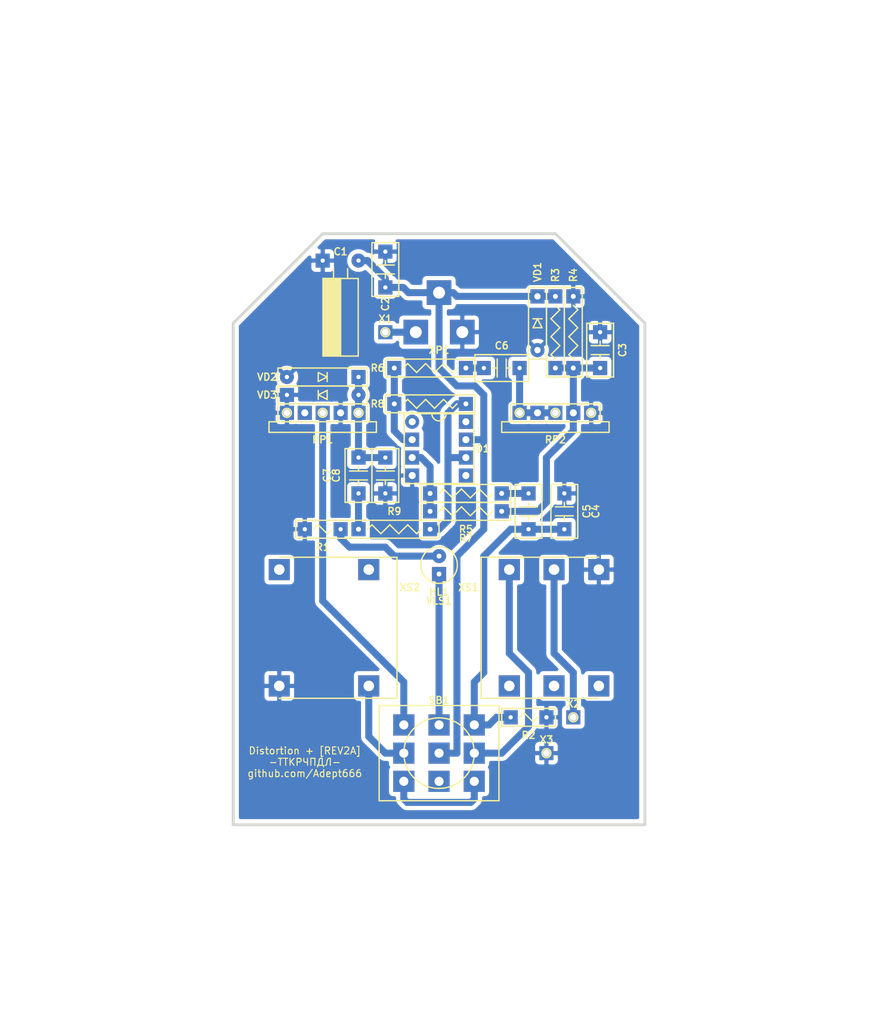
<source format=kicad_pcb>
(kicad_pcb (version 20171130) (host pcbnew 5.1.6-c6e7f7d~87~ubuntu19.10.1)

  (general
    (thickness 1.5)
    (drawings 8)
    (tracks 88)
    (zones 0)
    (modules 34)
    (nets 29)
  )

  (page A4 portrait)
  (title_block
    (title "Distortion +")
    (date 2020-10-08)
    (rev 2A)
    (company "Igor Ivanov")
    (comment 1 https://github.com/Adept666)
    (comment 2 "This project is licensed under GNU General Public License v3.0 or later")
  )

  (layers
    (0 F.Cu jumper)
    (31 B.Cu signal)
    (36 B.SilkS user)
    (37 F.SilkS user)
    (38 B.Mask user)
    (40 Dwgs.User user)
    (41 Cmts.User user)
    (42 Eco1.User user)
    (43 Eco2.User user)
    (44 Edge.Cuts user)
    (45 Margin user)
    (46 B.CrtYd user)
    (47 F.CrtYd user)
    (48 B.Fab user)
    (49 F.Fab user)
  )

  (setup
    (last_trace_width 1)
    (user_trace_width 0.6)
    (trace_clearance 0)
    (zone_clearance 0.6)
    (zone_45_only no)
    (trace_min 0.2)
    (via_size 2)
    (via_drill 1)
    (via_min_size 0.4)
    (via_min_drill 0.3)
    (uvia_size 0.3)
    (uvia_drill 0.1)
    (uvias_allowed no)
    (uvia_min_size 0)
    (uvia_min_drill 0)
    (edge_width 0.4)
    (segment_width 0.2)
    (pcb_text_width 0.3)
    (pcb_text_size 1.5 1.5)
    (mod_edge_width 0.15)
    (mod_text_size 1 1)
    (mod_text_width 0.15)
    (pad_size 2 2)
    (pad_drill 1)
    (pad_to_mask_clearance 0.2)
    (solder_mask_min_width 0.25)
    (aux_axis_origin 0 0)
    (visible_elements 7FFFFFFF)
    (pcbplotparams
      (layerselection 0x20000_7ffffffe)
      (usegerberextensions false)
      (usegerberattributes false)
      (usegerberadvancedattributes false)
      (creategerberjobfile false)
      (excludeedgelayer false)
      (linewidth 0.100000)
      (plotframeref true)
      (viasonmask false)
      (mode 1)
      (useauxorigin false)
      (hpglpennumber 1)
      (hpglpenspeed 20)
      (hpglpendiameter 15.000000)
      (psnegative false)
      (psa4output false)
      (plotreference false)
      (plotvalue true)
      (plotinvisibletext false)
      (padsonsilk true)
      (subtractmaskfromsilk false)
      (outputformat 4)
      (mirror false)
      (drillshape 0)
      (scaleselection 1)
      (outputdirectory ""))
  )

  (net 0 "")
  (net 1 COM)
  (net 2 "Net-(HL1-PadC)")
  (net 3 /LED)
  (net 4 "Net-(SB1-PadNC1)")
  (net 5 "Net-(SB1-PadNC2)")
  (net 6 "Net-(XS1-PadSN)")
  (net 7 "Net-(XS1-PadRN)")
  (net 8 "Net-(XS1-PadTN)")
  (net 9 "Net-(XS2-PadSN)")
  (net 10 "Net-(XS2-PadTN)")
  (net 11 /IN-SCH)
  (net 12 /IN-CON)
  (net 13 /OUT-SCH)
  (net 14 /OUT-CON)
  (net 15 /PP3-POS)
  (net 16 /PP3-NEG)
  (net 17 "Net-(C5-Pad2)")
  (net 18 "Net-(C6-Pad1)")
  (net 19 "Net-(C6-Pad2)")
  (net 20 "Net-(C7-Pad1)")
  (net 21 "Net-(C7-Pad2)")
  (net 22 "Net-(D1-Pad6)")
  (net 23 "Net-(D1-Pad5)")
  (net 24 "Net-(D1-Pad3)")
  (net 25 "Net-(D1-Pad2)")
  (net 26 "Net-(D1-Pad1)")
  (net 27 V)
  (net 28 VA)

  (net_class Default "This is the default net class."
    (clearance 0)
    (trace_width 1)
    (via_dia 2)
    (via_drill 1)
    (uvia_dia 0.3)
    (uvia_drill 0.1)
    (add_net /IN-CON)
    (add_net /IN-SCH)
    (add_net /LED)
    (add_net /OUT-CON)
    (add_net /OUT-SCH)
    (add_net /PP3-NEG)
    (add_net /PP3-POS)
    (add_net COM)
    (add_net "Net-(C5-Pad2)")
    (add_net "Net-(C6-Pad1)")
    (add_net "Net-(C6-Pad2)")
    (add_net "Net-(C7-Pad1)")
    (add_net "Net-(C7-Pad2)")
    (add_net "Net-(D1-Pad1)")
    (add_net "Net-(D1-Pad2)")
    (add_net "Net-(D1-Pad3)")
    (add_net "Net-(D1-Pad5)")
    (add_net "Net-(D1-Pad6)")
    (add_net "Net-(HL1-PadC)")
    (add_net "Net-(SB1-PadNC1)")
    (add_net "Net-(SB1-PadNC2)")
    (add_net "Net-(XS1-PadRN)")
    (add_net "Net-(XS1-PadSN)")
    (add_net "Net-(XS1-PadTN)")
    (add_net "Net-(XS2-PadSN)")
    (add_net "Net-(XS2-PadTN)")
    (add_net V)
    (add_net VA)
  )

  (module SBKCL:B013_distortion_+_r2a locked (layer F.Cu) (tedit 5EF8557F) (tstamp 5E86B35C)
    (at 105.41 148.59)
    (path /5E69D32A)
    (fp_text reference VE1 (at 0 54.61) (layer F.SilkS) hide
      (effects (font (size 1 1) (thickness 0.2)))
    )
    (fp_text value B013 (at 0 53.34) (layer F.Fab) hide
      (effects (font (size 1 1) (thickness 0.2)))
    )
    (fp_circle (center 43.95 1.27) (end 49.65 1.27) (layer Eco1.User) (width 0.4))
    (fp_circle (center -43.95 1.27) (end -38.25 1.27) (layer Eco1.User) (width 0.4))
    (fp_circle (center 0 -69) (end 5.5 -69) (layer Eco1.User) (width 0.4))
    (fp_line (start 58.1 -57.25) (end 58.1 57.25) (layer Eco1.User) (width 0.4))
    (fp_line (start -58.1 -57.25) (end -58.1 57.25) (layer Eco1.User) (width 0.4))
    (fp_line (start -31.8 -83.55) (end 31.8 -83.55) (layer Eco1.User) (width 0.4))
    (fp_line (start 62.1 -57.25) (end 62.1 57.25) (layer Eco1.User) (width 0.4))
    (fp_line (start -62.1 -57.25) (end -62.1 57.25) (layer Eco1.User) (width 0.4))
    (fp_line (start 31.8 -87.55) (end 31.8 -57.25) (layer Eco1.User) (width 0.4))
    (fp_line (start -31.8 -87.55) (end -31.8 -57.25) (layer Eco1.User) (width 0.4))
    (fp_line (start 31.8 57.25) (end 62.1 57.25) (layer Eco1.User) (width 0.4))
    (fp_line (start -62.1 57.25) (end -31.8 57.25) (layer Eco1.User) (width 0.4))
    (fp_line (start 31.8 -57.25) (end 62.1 -57.25) (layer Eco1.User) (width 0.4))
    (fp_line (start -62.1 -57.25) (end -31.8 -57.25) (layer Eco1.User) (width 0.4))
    (fp_line (start -31.8 -87.55) (end 31.8 -87.55) (layer Eco1.User) (width 0.4))
    (fp_line (start -31.8 -57.25) (end 31.8 -57.25) (layer Eco1.User) (width 0.4))
    (fp_line (start -31.8 57.25) (end 31.8 57.25) (layer Eco1.User) (width 0.4))
    (fp_line (start -31.8 -57.25) (end -31.8 57.25) (layer Eco1.User) (width 0.4))
    (fp_line (start 31.8 -57.25) (end 31.8 57.25) (layer Eco1.User) (width 0.4))
    (fp_line (start -30.45 -55.75) (end 30.45 -55.75) (layer Eco1.User) (width 0.4))
    (fp_line (start -30.45 55.75) (end 30.45 55.75) (layer Eco1.User) (width 0.4))
    (fp_line (start -30.45 -55.75) (end -30.45 55.75) (layer Eco1.User) (width 0.4))
    (fp_line (start 30.45 -55.75) (end 30.45 55.75) (layer Eco1.User) (width 0.4))
    (fp_circle (center -27.1 -52.25) (end -25.6 -52.25) (layer Eco1.User) (width 0.4))
    (fp_circle (center 27.1 -52.25) (end 28.6 -52.25) (layer Eco1.User) (width 0.4))
    (fp_circle (center -27.1 52.25) (end -25.6 52.25) (layer Eco1.User) (width 0.4))
    (fp_circle (center 27.1 52.25) (end 28.6 52.25) (layer Eco1.User) (width 0.4))
    (fp_line (start -30.45 -49) (end -27.1 -49) (layer Eco1.User) (width 0.4))
    (fp_line (start 27.1 -49) (end 30.45 -49) (layer Eco1.User) (width 0.4))
    (fp_line (start -30.45 49) (end -27.1 49) (layer Eco1.User) (width 0.4))
    (fp_line (start 27.1 49) (end 30.45 49) (layer Eco1.User) (width 0.4))
    (fp_line (start -23.85 -55.75) (end -23.85 -52.25) (layer Eco1.User) (width 0.4))
    (fp_line (start 23.85 -55.75) (end 23.85 -52.25) (layer Eco1.User) (width 0.4))
    (fp_line (start -23.85 52.25) (end -23.85 55.75) (layer Eco1.User) (width 0.4))
    (fp_line (start 23.85 52.25) (end 23.85 55.75) (layer Eco1.User) (width 0.4))
    (fp_arc (start -27.1 -52.25) (end -27.1 -49) (angle -90) (layer Eco1.User) (width 0.4))
    (fp_arc (start 27.1 -52.25) (end 23.85 -52.25) (angle -90) (layer Eco1.User) (width 0.4))
    (fp_arc (start -27.1 52.25) (end -23.85 52.25) (angle -90) (layer Eco1.User) (width 0.4))
    (fp_arc (start 27.1 52.25) (end 27.1 49) (angle -90) (layer Eco1.User) (width 0.4))
  )

  (module SBKCL:RP-PDB181-K-F-PCB (layer F.Cu) (tedit 5F7F39EB) (tstamp 5E5B813A)
    (at 121.92 108.15)
    (path /5EA78D99)
    (fp_text reference RP2 (at 0 15.04) (layer F.SilkS)
      (effects (font (size 1 1) (thickness 0.2)))
    )
    (fp_text value C1M (at 0 11.23) (layer F.Fab)
      (effects (font (size 1 1) (thickness 0.2)))
    )
    (fp_circle (center 0 0) (end 3.5 0) (layer Dwgs.User) (width 0.2))
    (fp_circle (center 0 0) (end 3 0) (layer Dwgs.User) (width 0.2))
    (fp_line (start 7.5 4) (end 7.5 12.5) (layer Dwgs.User) (width 0.2))
    (fp_line (start -7.5 4) (end -7.5 12.5) (layer Dwgs.User) (width 0.2))
    (fp_circle (center 0 0) (end 8.5 0) (layer Dwgs.User) (width 0.2))
    (fp_line (start -8.383913 -1.4) (end -7.3 -1.4) (layer Dwgs.User) (width 0.2))
    (fp_line (start -8.383913 1.4) (end -7.3 1.4) (layer Dwgs.User) (width 0.2))
    (fp_line (start -7.3 -1.4) (end -7.3 1.4) (layer Dwgs.User) (width 0.2))
    (fp_line (start -7.5 12.5) (end 7.5 12.5) (layer Dwgs.User) (width 0.2))
    (fp_circle (center 0 0) (end 3.7 0) (layer Eco1.User) (width 0.4))
    (fp_line (start -8.55 -0.8) (end -8.55 0.8) (layer Eco1.User) (width 0.4))
    (fp_line (start -7.25 -0.8) (end -7.25 0.8) (layer Eco1.User) (width 0.4))
    (fp_line (start -2.54 1.5) (end 2.54 1.5) (layer Dwgs.User) (width 0.2))
    (fp_line (start -7.62 12.5) (end 7.62 12.5) (layer F.Fab) (width 0.2))
    (fp_line (start -7.62 14) (end 7.62 14) (layer F.Fab) (width 0.2))
    (fp_line (start -7.62 12.5) (end -7.62 14) (layer F.Fab) (width 0.2))
    (fp_line (start 7.62 12.5) (end 7.62 14) (layer F.Fab) (width 0.2))
    (fp_line (start -6.35 9.96) (end 6.35 9.96) (layer F.Fab) (width 0.2))
    (fp_line (start -6.35 9.96) (end -6.35 12.5) (layer F.Fab) (width 0.2))
    (fp_line (start 6.35 9.96) (end 6.35 12.5) (layer F.Fab) (width 0.2))
    (fp_line (start -6.35 9.96) (end 6.35 9.96) (layer F.SilkS) (width 0.2))
    (fp_line (start -7.62 12.5) (end 7.62 12.5) (layer F.SilkS) (width 0.2))
    (fp_line (start -7.62 14) (end 7.62 14) (layer F.SilkS) (width 0.2))
    (fp_line (start -6.35 9.96) (end -6.35 12.5) (layer F.SilkS) (width 0.2))
    (fp_line (start 6.35 9.96) (end 6.35 12.5) (layer F.SilkS) (width 0.2))
    (fp_line (start -7.62 12.5) (end -7.62 14) (layer F.SilkS) (width 0.2))
    (fp_line (start 7.62 12.5) (end 7.62 14) (layer F.SilkS) (width 0.2))
    (fp_circle (center -5.08 11.23) (end -4.445 11.23) (layer F.SilkS) (width 0.2))
    (fp_circle (center 0 11.23) (end 0.635 11.23) (layer F.SilkS) (width 0.2))
    (fp_circle (center 5.08 11.23) (end 5.715 11.23) (layer F.SilkS) (width 0.2))
    (fp_line (start -6.35 9.96) (end 6.35 9.96) (layer F.CrtYd) (width 0.1))
    (fp_line (start -7.62 12.5) (end -6.35 12.5) (layer F.CrtYd) (width 0.1))
    (fp_line (start 6.35 12.5) (end 7.62 12.5) (layer F.CrtYd) (width 0.1))
    (fp_line (start -7.62 14) (end 7.62 14) (layer F.CrtYd) (width 0.1))
    (fp_line (start -6.35 9.96) (end -6.35 12.5) (layer F.CrtYd) (width 0.1))
    (fp_line (start 6.35 9.96) (end 6.35 12.5) (layer F.CrtYd) (width 0.1))
    (fp_line (start -7.62 12.5) (end -7.62 14) (layer F.CrtYd) (width 0.1))
    (fp_line (start 7.62 12.5) (end 7.62 14) (layer F.CrtYd) (width 0.1))
    (fp_arc (start -7.9 0.8) (end -8.55 0.8) (angle -180) (layer Eco1.User) (width 0.4))
    (fp_arc (start -7.9 -0.8) (end -7.25 -0.8) (angle -180) (layer Eco1.User) (width 0.4))
    (pad 3 thru_hole rect (at 5.08 11.23) (size 2 2) (drill 1) (layers B.Cu B.Mask)
      (net 1 COM))
    (pad NC2 thru_hole rect (at 2.54 11.23) (size 2 2) (drill 1) (layers B.Cu B.Mask)
      (net 28 VA))
    (pad 2 thru_hole rect (at 0 11.23) (size 2 2) (drill 1) (layers B.Cu B.Mask)
      (net 18 "Net-(C6-Pad1)"))
    (pad NC1 thru_hole rect (at -2.54 11.23) (size 2 2) (drill 1) (layers B.Cu B.Mask)
      (net 18 "Net-(C6-Pad1)"))
    (pad 1 thru_hole rect (at -5.08 11.23) (size 2 2) (drill 1) (layers B.Cu B.Mask)
      (net 18 "Net-(C6-Pad1)"))
  )

  (module SBKCL:RP-PDB181-K-F-PCB (layer F.Cu) (tedit 5F7F39FB) (tstamp 5E5B6A5B)
    (at 88.9 108.15)
    (path /5E6C4A9B)
    (fp_text reference RP1 (at 0 15.04) (layer F.SilkS)
      (effects (font (size 1 1) (thickness 0.2)))
    )
    (fp_text value A10K (at 0 11.23) (layer F.Fab)
      (effects (font (size 1 1) (thickness 0.2)))
    )
    (fp_circle (center 0 0) (end 3.5 0) (layer Dwgs.User) (width 0.2))
    (fp_circle (center 0 0) (end 3 0) (layer Dwgs.User) (width 0.2))
    (fp_line (start 7.5 4) (end 7.5 12.5) (layer Dwgs.User) (width 0.2))
    (fp_line (start -7.5 4) (end -7.5 12.5) (layer Dwgs.User) (width 0.2))
    (fp_circle (center 0 0) (end 8.5 0) (layer Dwgs.User) (width 0.2))
    (fp_line (start -8.383913 -1.4) (end -7.3 -1.4) (layer Dwgs.User) (width 0.2))
    (fp_line (start -8.383913 1.4) (end -7.3 1.4) (layer Dwgs.User) (width 0.2))
    (fp_line (start -7.3 -1.4) (end -7.3 1.4) (layer Dwgs.User) (width 0.2))
    (fp_line (start -7.5 12.5) (end 7.5 12.5) (layer Dwgs.User) (width 0.2))
    (fp_circle (center 0 0) (end 3.7 0) (layer Eco1.User) (width 0.4))
    (fp_line (start -8.55 -0.8) (end -8.55 0.8) (layer Eco1.User) (width 0.4))
    (fp_line (start -7.25 -0.8) (end -7.25 0.8) (layer Eco1.User) (width 0.4))
    (fp_line (start -2.54 1.5) (end 2.54 1.5) (layer Dwgs.User) (width 0.2))
    (fp_line (start -7.62 12.5) (end 7.62 12.5) (layer F.Fab) (width 0.2))
    (fp_line (start -7.62 14) (end 7.62 14) (layer F.Fab) (width 0.2))
    (fp_line (start -7.62 12.5) (end -7.62 14) (layer F.Fab) (width 0.2))
    (fp_line (start 7.62 12.5) (end 7.62 14) (layer F.Fab) (width 0.2))
    (fp_line (start -6.35 9.96) (end 6.35 9.96) (layer F.Fab) (width 0.2))
    (fp_line (start -6.35 9.96) (end -6.35 12.5) (layer F.Fab) (width 0.2))
    (fp_line (start 6.35 9.96) (end 6.35 12.5) (layer F.Fab) (width 0.2))
    (fp_line (start -6.35 9.96) (end 6.35 9.96) (layer F.SilkS) (width 0.2))
    (fp_line (start -7.62 12.5) (end 7.62 12.5) (layer F.SilkS) (width 0.2))
    (fp_line (start -7.62 14) (end 7.62 14) (layer F.SilkS) (width 0.2))
    (fp_line (start -6.35 9.96) (end -6.35 12.5) (layer F.SilkS) (width 0.2))
    (fp_line (start 6.35 9.96) (end 6.35 12.5) (layer F.SilkS) (width 0.2))
    (fp_line (start -7.62 12.5) (end -7.62 14) (layer F.SilkS) (width 0.2))
    (fp_line (start 7.62 12.5) (end 7.62 14) (layer F.SilkS) (width 0.2))
    (fp_circle (center -5.08 11.23) (end -4.445 11.23) (layer F.SilkS) (width 0.2))
    (fp_circle (center 0 11.23) (end 0.635 11.23) (layer F.SilkS) (width 0.2))
    (fp_circle (center 5.08 11.23) (end 5.715 11.23) (layer F.SilkS) (width 0.2))
    (fp_line (start -6.35 9.96) (end 6.35 9.96) (layer F.CrtYd) (width 0.1))
    (fp_line (start -7.62 12.5) (end -6.35 12.5) (layer F.CrtYd) (width 0.1))
    (fp_line (start 6.35 12.5) (end 7.62 12.5) (layer F.CrtYd) (width 0.1))
    (fp_line (start -7.62 14) (end 7.62 14) (layer F.CrtYd) (width 0.1))
    (fp_line (start -6.35 9.96) (end -6.35 12.5) (layer F.CrtYd) (width 0.1))
    (fp_line (start 6.35 9.96) (end 6.35 12.5) (layer F.CrtYd) (width 0.1))
    (fp_line (start -7.62 12.5) (end -7.62 14) (layer F.CrtYd) (width 0.1))
    (fp_line (start 7.62 12.5) (end 7.62 14) (layer F.CrtYd) (width 0.1))
    (fp_arc (start -7.9 0.8) (end -8.55 0.8) (angle -180) (layer Eco1.User) (width 0.4))
    (fp_arc (start -7.9 -0.8) (end -7.25 -0.8) (angle -180) (layer Eco1.User) (width 0.4))
    (pad 3 thru_hole rect (at 5.08 11.23) (size 2 2) (drill 1) (layers B.Cu B.Mask)
      (net 21 "Net-(C7-Pad2)"))
    (pad NC2 thru_hole rect (at 2.54 11.23) (size 2 2) (drill 1) (layers B.Cu B.Mask)
      (net 1 COM))
    (pad 2 thru_hole rect (at 0 11.23) (size 2 2) (drill 1) (layers B.Cu B.Mask)
      (net 13 /OUT-SCH))
    (pad NC1 thru_hole rect (at -2.54 11.23) (size 2 2) (drill 1) (layers B.Cu B.Mask))
    (pad 1 thru_hole rect (at -5.08 11.23) (size 2 2) (drill 1) (layers B.Cu B.Mask)
      (net 1 COM))
  )

  (module KCL:P-DO-41 (layer F.Cu) (tedit 5D6140AF) (tstamp 5E7E7B32)
    (at 119.38 106.68 90)
    (path /5EA8EB65)
    (fp_text reference VD1 (at 5.715 0 270) (layer F.SilkS)
      (effects (font (size 1 1) (thickness 0.2)) (justify left))
    )
    (fp_text value 400x (at 0 0 270) (layer F.Fab)
      (effects (font (size 1 1) (thickness 0.2)))
    )
    (fp_line (start 1.8175 -1.1875) (end 1.8175 1.1875) (layer F.Fab) (width 0.2))
    (fp_line (start 0.635 -0.635) (end 0.635 0.635) (layer F.SilkS) (width 0.2))
    (fp_line (start -0.635 0.635) (end 0.635 0) (layer F.SilkS) (width 0.2))
    (fp_line (start -0.635 -0.635) (end 0.635 0) (layer F.SilkS) (width 0.2))
    (fp_line (start -0.635 -0.635) (end -0.635 0.635) (layer F.SilkS) (width 0.2))
    (fp_line (start -5.08 1.27) (end -5.08 -1.27) (layer F.CrtYd) (width 0.1))
    (fp_line (start 5.08 1.27) (end -5.08 1.27) (layer F.CrtYd) (width 0.1))
    (fp_line (start 5.08 -1.27) (end 5.08 1.27) (layer F.CrtYd) (width 0.1))
    (fp_line (start -5.08 -1.27) (end 5.08 -1.27) (layer F.CrtYd) (width 0.1))
    (fp_line (start 5.08 -1.27) (end 5.08 1.27) (layer F.SilkS) (width 0.2))
    (fp_line (start -5.08 -1.27) (end -5.08 1.27) (layer F.SilkS) (width 0.2))
    (fp_line (start -5.08 1.27) (end 5.08 1.27) (layer F.SilkS) (width 0.2))
    (fp_line (start -5.08 -1.27) (end 5.08 -1.27) (layer F.SilkS) (width 0.2))
    (fp_line (start 2.3175 -1.1875) (end 2.3175 1.1875) (layer F.Fab) (width 0.2))
    (fp_line (start -2.3175 -1.1875) (end -2.3175 1.1875) (layer F.Fab) (width 0.2))
    (fp_line (start -2.3175 1.1875) (end 2.3175 1.1875) (layer F.Fab) (width 0.2))
    (fp_line (start -2.3175 -1.1875) (end 2.3175 -1.1875) (layer F.Fab) (width 0.2))
    (pad A thru_hole circle (at -3.81 0 90) (size 2 2) (drill 0.9) (layers *.Cu *.Mask)
      (net 1 COM))
    (pad C thru_hole rect (at 3.81 0 90) (size 2 2) (drill 0.9) (layers *.Cu *.Mask)
      (net 27 V))
  )

  (module KCL:CON-PAD-S-1.0-2.0 (layer F.Cu) (tedit 5F7E478A) (tstamp 5E64F2F7)
    (at 120.65 167.64)
    (path /5E6BCE8E)
    (fp_text reference X3 (at 0 -1.905) (layer F.SilkS)
      (effects (font (size 1 1) (thickness 0.2)))
    )
    (fp_text value COM (at 0 1.905) (layer F.Fab)
      (effects (font (size 1 1) (thickness 0.2)))
    )
    (fp_circle (center 0 0) (end 0.5 0) (layer F.Fab) (width 0.2))
    (fp_circle (center 0 0) (end 0.635 0) (layer F.SilkS) (width 0.2))
    (fp_circle (center 0 0) (end 0.5 0) (layer F.CrtYd) (width 0.1))
    (pad 1 thru_hole rect (at 0 0) (size 2 2) (drill 1) (layers B.Cu B.Mask)
      (net 1 COM))
  )

  (module KCL:P-DO-7 (layer F.Cu) (tedit 5D88F131) (tstamp 5E5C0814)
    (at 88.9 116.84 180)
    (path /5D8BD217)
    (fp_text reference VD3 (at 6.35 0) (layer F.SilkS)
      (effects (font (size 1 1) (thickness 0.2)) (justify right))
    )
    (fp_text value 34A (at 0 0) (layer F.Fab)
      (effects (font (size 1 1) (thickness 0.2)))
    )
    (fp_line (start 2.8675 -1.2175) (end 2.8675 1.2175) (layer F.Fab) (width 0.2))
    (fp_line (start 0.635 -0.635) (end 0.635 0.635) (layer F.SilkS) (width 0.2))
    (fp_line (start -0.635 0.635) (end 0.635 0) (layer F.SilkS) (width 0.2))
    (fp_line (start -0.635 -0.635) (end 0.635 0) (layer F.SilkS) (width 0.2))
    (fp_line (start -0.635 -0.635) (end -0.635 0.635) (layer F.SilkS) (width 0.2))
    (fp_line (start -6.35 1.27) (end -6.35 -1.27) (layer F.CrtYd) (width 0.1))
    (fp_line (start 6.35 1.27) (end -6.35 1.27) (layer F.CrtYd) (width 0.1))
    (fp_line (start 6.35 -1.27) (end 6.35 1.27) (layer F.CrtYd) (width 0.1))
    (fp_line (start -6.35 -1.27) (end 6.35 -1.27) (layer F.CrtYd) (width 0.1))
    (fp_line (start 6.35 -1.27) (end 6.35 1.27) (layer F.SilkS) (width 0.2))
    (fp_line (start -6.35 -1.27) (end -6.35 1.27) (layer F.SilkS) (width 0.2))
    (fp_line (start -6.35 1.27) (end 6.35 1.27) (layer F.SilkS) (width 0.2))
    (fp_line (start -6.35 -1.27) (end 6.35 -1.27) (layer F.SilkS) (width 0.2))
    (fp_line (start 3.3675 -1.2175) (end 3.3675 1.2175) (layer F.Fab) (width 0.2))
    (fp_line (start -3.3675 -1.2175) (end -3.3675 1.2175) (layer F.Fab) (width 0.2))
    (fp_line (start -3.3675 1.2175) (end 3.3675 1.2175) (layer F.Fab) (width 0.2))
    (fp_line (start -3.3675 -1.2175) (end 3.3675 -1.2175) (layer F.Fab) (width 0.2))
    (pad A thru_hole circle (at -5.08 0 180) (size 2 2) (drill 0.6) (layers *.Cu *.Mask)
      (net 21 "Net-(C7-Pad2)"))
    (pad C thru_hole rect (at 5.08 0 180) (size 2 2) (drill 0.6) (layers *.Cu *.Mask)
      (net 1 COM))
  )

  (module KCL:P-DO-7 (layer F.Cu) (tedit 5D88F131) (tstamp 5E5C07FD)
    (at 88.9 114.3)
    (path /5D8B598A)
    (fp_text reference VD2 (at -6.35 0) (layer F.SilkS)
      (effects (font (size 1 1) (thickness 0.2)) (justify right))
    )
    (fp_text value 34A (at 0 0) (layer F.Fab)
      (effects (font (size 1 1) (thickness 0.2)))
    )
    (fp_line (start 2.8675 -1.2175) (end 2.8675 1.2175) (layer F.Fab) (width 0.2))
    (fp_line (start 0.635 -0.635) (end 0.635 0.635) (layer F.SilkS) (width 0.2))
    (fp_line (start -0.635 0.635) (end 0.635 0) (layer F.SilkS) (width 0.2))
    (fp_line (start -0.635 -0.635) (end 0.635 0) (layer F.SilkS) (width 0.2))
    (fp_line (start -0.635 -0.635) (end -0.635 0.635) (layer F.SilkS) (width 0.2))
    (fp_line (start -6.35 1.27) (end -6.35 -1.27) (layer F.CrtYd) (width 0.1))
    (fp_line (start 6.35 1.27) (end -6.35 1.27) (layer F.CrtYd) (width 0.1))
    (fp_line (start 6.35 -1.27) (end 6.35 1.27) (layer F.CrtYd) (width 0.1))
    (fp_line (start -6.35 -1.27) (end 6.35 -1.27) (layer F.CrtYd) (width 0.1))
    (fp_line (start 6.35 -1.27) (end 6.35 1.27) (layer F.SilkS) (width 0.2))
    (fp_line (start -6.35 -1.27) (end -6.35 1.27) (layer F.SilkS) (width 0.2))
    (fp_line (start -6.35 1.27) (end 6.35 1.27) (layer F.SilkS) (width 0.2))
    (fp_line (start -6.35 -1.27) (end 6.35 -1.27) (layer F.SilkS) (width 0.2))
    (fp_line (start 3.3675 -1.2175) (end 3.3675 1.2175) (layer F.Fab) (width 0.2))
    (fp_line (start -3.3675 -1.2175) (end -3.3675 1.2175) (layer F.Fab) (width 0.2))
    (fp_line (start -3.3675 1.2175) (end 3.3675 1.2175) (layer F.Fab) (width 0.2))
    (fp_line (start -3.3675 -1.2175) (end 3.3675 -1.2175) (layer F.Fab) (width 0.2))
    (pad A thru_hole circle (at -5.08 0) (size 2 2) (drill 0.6) (layers *.Cu *.Mask)
      (net 1 COM))
    (pad C thru_hole rect (at 5.08 0) (size 2 2) (drill 0.6) (layers *.Cu *.Mask)
      (net 21 "Net-(C7-Pad2)"))
  )

  (module KCL:R-MFR-25 (layer F.Cu) (tedit 5D7AAEF9) (tstamp 5E5E867E)
    (at 99.06 135.89 180)
    (path /5D8D4BD7)
    (fp_text reference R9 (at 0 2.54) (layer F.SilkS)
      (effects (font (size 1 1) (thickness 0.2)))
    )
    (fp_text value 103 (at 0 0) (layer F.Fab)
      (effects (font (size 1 1) (thickness 0.2)))
    )
    (fp_line (start 3.175 0.635) (end 3.81 0) (layer F.SilkS) (width 0.2))
    (fp_line (start 1.905 -0.635) (end 3.175 0.635) (layer F.SilkS) (width 0.2))
    (fp_line (start 0.635 0.635) (end 1.905 -0.635) (layer F.SilkS) (width 0.2))
    (fp_line (start -0.635 -0.635) (end 0.635 0.635) (layer F.SilkS) (width 0.2))
    (fp_line (start -1.905 0.635) (end -0.635 -0.635) (layer F.SilkS) (width 0.2))
    (fp_line (start -3.175 -0.635) (end -1.905 0.635) (layer F.SilkS) (width 0.2))
    (fp_line (start -3.81 0) (end -3.175 -0.635) (layer F.SilkS) (width 0.2))
    (fp_line (start -6.35 1.27) (end -6.35 -1.27) (layer F.CrtYd) (width 0.1))
    (fp_line (start 6.35 1.27) (end -6.35 1.27) (layer F.CrtYd) (width 0.1))
    (fp_line (start 6.35 -1.27) (end 6.35 1.27) (layer F.CrtYd) (width 0.1))
    (fp_line (start -6.35 -1.27) (end 6.35 -1.27) (layer F.CrtYd) (width 0.1))
    (fp_line (start 6.35 -1.27) (end 6.35 1.27) (layer F.SilkS) (width 0.2))
    (fp_line (start -6.35 -1.27) (end -6.35 1.27) (layer F.SilkS) (width 0.2))
    (fp_line (start -6.35 1.27) (end 6.35 1.27) (layer F.SilkS) (width 0.2))
    (fp_line (start -6.35 -1.27) (end 6.35 -1.27) (layer F.SilkS) (width 0.2))
    (fp_line (start 3.15 -1.2) (end 3.15 1.2) (layer F.Fab) (width 0.2))
    (fp_line (start -3.15 -1.2) (end -3.15 1.2) (layer F.Fab) (width 0.2))
    (fp_line (start -3.15 1.2) (end 3.15 1.2) (layer F.Fab) (width 0.2))
    (fp_line (start -3.15 -1.2) (end 3.15 -1.2) (layer F.Fab) (width 0.2))
    (pad 1 thru_hole rect (at -5.08 0 180) (size 2 2) (drill 0.7) (layers *.Cu *.Mask)
      (net 22 "Net-(D1-Pad6)"))
    (pad 2 thru_hole rect (at 5.08 0 180) (size 2 2) (drill 0.7) (layers *.Cu *.Mask)
      (net 20 "Net-(C7-Pad1)"))
  )

  (module KCL:R-MFR-25 (layer F.Cu) (tedit 5D7AAEF9) (tstamp 5E5EAA6A)
    (at 104.14 118.11)
    (path /5DA0E88D)
    (fp_text reference R8 (at -6.35 0) (layer F.SilkS)
      (effects (font (size 1 1) (thickness 0.2)) (justify right))
    )
    (fp_text value 105 (at 0 0) (layer F.Fab)
      (effects (font (size 1 1) (thickness 0.2)))
    )
    (fp_line (start 3.175 0.635) (end 3.81 0) (layer F.SilkS) (width 0.2))
    (fp_line (start 1.905 -0.635) (end 3.175 0.635) (layer F.SilkS) (width 0.2))
    (fp_line (start 0.635 0.635) (end 1.905 -0.635) (layer F.SilkS) (width 0.2))
    (fp_line (start -0.635 -0.635) (end 0.635 0.635) (layer F.SilkS) (width 0.2))
    (fp_line (start -1.905 0.635) (end -0.635 -0.635) (layer F.SilkS) (width 0.2))
    (fp_line (start -3.175 -0.635) (end -1.905 0.635) (layer F.SilkS) (width 0.2))
    (fp_line (start -3.81 0) (end -3.175 -0.635) (layer F.SilkS) (width 0.2))
    (fp_line (start -6.35 1.27) (end -6.35 -1.27) (layer F.CrtYd) (width 0.1))
    (fp_line (start 6.35 1.27) (end -6.35 1.27) (layer F.CrtYd) (width 0.1))
    (fp_line (start 6.35 -1.27) (end 6.35 1.27) (layer F.CrtYd) (width 0.1))
    (fp_line (start -6.35 -1.27) (end 6.35 -1.27) (layer F.CrtYd) (width 0.1))
    (fp_line (start 6.35 -1.27) (end 6.35 1.27) (layer F.SilkS) (width 0.2))
    (fp_line (start -6.35 -1.27) (end -6.35 1.27) (layer F.SilkS) (width 0.2))
    (fp_line (start -6.35 1.27) (end 6.35 1.27) (layer F.SilkS) (width 0.2))
    (fp_line (start -6.35 -1.27) (end 6.35 -1.27) (layer F.SilkS) (width 0.2))
    (fp_line (start 3.15 -1.2) (end 3.15 1.2) (layer F.Fab) (width 0.2))
    (fp_line (start -3.15 -1.2) (end -3.15 1.2) (layer F.Fab) (width 0.2))
    (fp_line (start -3.15 1.2) (end 3.15 1.2) (layer F.Fab) (width 0.2))
    (fp_line (start -3.15 -1.2) (end 3.15 -1.2) (layer F.Fab) (width 0.2))
    (pad 1 thru_hole rect (at -5.08 0) (size 2 2) (drill 0.7) (layers *.Cu *.Mask)
      (net 25 "Net-(D1-Pad2)"))
    (pad 2 thru_hole rect (at 5.08 0) (size 2 2) (drill 0.7) (layers *.Cu *.Mask)
      (net 22 "Net-(D1-Pad6)"))
  )

  (module KCL:R-MFR-25 (layer F.Cu) (tedit 5D7AAEF9) (tstamp 5E5C1D61)
    (at 109.22 133.35)
    (path /5DA58397)
    (fp_text reference R7 (at 0 3.81) (layer F.SilkS)
      (effects (font (size 1 1) (thickness 0.2)))
    )
    (fp_text value 105 (at 0 0) (layer F.Fab)
      (effects (font (size 1 1) (thickness 0.2)))
    )
    (fp_line (start 3.175 0.635) (end 3.81 0) (layer F.SilkS) (width 0.2))
    (fp_line (start 1.905 -0.635) (end 3.175 0.635) (layer F.SilkS) (width 0.2))
    (fp_line (start 0.635 0.635) (end 1.905 -0.635) (layer F.SilkS) (width 0.2))
    (fp_line (start -0.635 -0.635) (end 0.635 0.635) (layer F.SilkS) (width 0.2))
    (fp_line (start -1.905 0.635) (end -0.635 -0.635) (layer F.SilkS) (width 0.2))
    (fp_line (start -3.175 -0.635) (end -1.905 0.635) (layer F.SilkS) (width 0.2))
    (fp_line (start -3.81 0) (end -3.175 -0.635) (layer F.SilkS) (width 0.2))
    (fp_line (start -6.35 1.27) (end -6.35 -1.27) (layer F.CrtYd) (width 0.1))
    (fp_line (start 6.35 1.27) (end -6.35 1.27) (layer F.CrtYd) (width 0.1))
    (fp_line (start 6.35 -1.27) (end 6.35 1.27) (layer F.CrtYd) (width 0.1))
    (fp_line (start -6.35 -1.27) (end 6.35 -1.27) (layer F.CrtYd) (width 0.1))
    (fp_line (start 6.35 -1.27) (end 6.35 1.27) (layer F.SilkS) (width 0.2))
    (fp_line (start -6.35 -1.27) (end -6.35 1.27) (layer F.SilkS) (width 0.2))
    (fp_line (start -6.35 1.27) (end 6.35 1.27) (layer F.SilkS) (width 0.2))
    (fp_line (start -6.35 -1.27) (end 6.35 -1.27) (layer F.SilkS) (width 0.2))
    (fp_line (start 3.15 -1.2) (end 3.15 1.2) (layer F.Fab) (width 0.2))
    (fp_line (start -3.15 -1.2) (end -3.15 1.2) (layer F.Fab) (width 0.2))
    (fp_line (start -3.15 1.2) (end 3.15 1.2) (layer F.Fab) (width 0.2))
    (fp_line (start -3.15 -1.2) (end 3.15 -1.2) (layer F.Fab) (width 0.2))
    (pad 1 thru_hole rect (at -5.08 0) (size 2 2) (drill 0.7) (layers *.Cu *.Mask)
      (net 24 "Net-(D1-Pad3)"))
    (pad 2 thru_hole rect (at 5.08 0) (size 2 2) (drill 0.7) (layers *.Cu *.Mask)
      (net 28 VA))
  )

  (module KCL:R-MFR-25 (layer F.Cu) (tedit 5D7AAEF9) (tstamp 5E5C0722)
    (at 104.14 113.03 180)
    (path /5D9BAA8B)
    (fp_text reference R6 (at 6.35 0) (layer F.SilkS)
      (effects (font (size 1 1) (thickness 0.2)) (justify right))
    )
    (fp_text value 472 (at 0 0) (layer F.Fab)
      (effects (font (size 1 1) (thickness 0.2)))
    )
    (fp_line (start 3.175 0.635) (end 3.81 0) (layer F.SilkS) (width 0.2))
    (fp_line (start 1.905 -0.635) (end 3.175 0.635) (layer F.SilkS) (width 0.2))
    (fp_line (start 0.635 0.635) (end 1.905 -0.635) (layer F.SilkS) (width 0.2))
    (fp_line (start -0.635 -0.635) (end 0.635 0.635) (layer F.SilkS) (width 0.2))
    (fp_line (start -1.905 0.635) (end -0.635 -0.635) (layer F.SilkS) (width 0.2))
    (fp_line (start -3.175 -0.635) (end -1.905 0.635) (layer F.SilkS) (width 0.2))
    (fp_line (start -3.81 0) (end -3.175 -0.635) (layer F.SilkS) (width 0.2))
    (fp_line (start -6.35 1.27) (end -6.35 -1.27) (layer F.CrtYd) (width 0.1))
    (fp_line (start 6.35 1.27) (end -6.35 1.27) (layer F.CrtYd) (width 0.1))
    (fp_line (start 6.35 -1.27) (end 6.35 1.27) (layer F.CrtYd) (width 0.1))
    (fp_line (start -6.35 -1.27) (end 6.35 -1.27) (layer F.CrtYd) (width 0.1))
    (fp_line (start 6.35 -1.27) (end 6.35 1.27) (layer F.SilkS) (width 0.2))
    (fp_line (start -6.35 -1.27) (end -6.35 1.27) (layer F.SilkS) (width 0.2))
    (fp_line (start -6.35 1.27) (end 6.35 1.27) (layer F.SilkS) (width 0.2))
    (fp_line (start -6.35 -1.27) (end 6.35 -1.27) (layer F.SilkS) (width 0.2))
    (fp_line (start 3.15 -1.2) (end 3.15 1.2) (layer F.Fab) (width 0.2))
    (fp_line (start -3.15 -1.2) (end -3.15 1.2) (layer F.Fab) (width 0.2))
    (fp_line (start -3.15 1.2) (end 3.15 1.2) (layer F.Fab) (width 0.2))
    (fp_line (start -3.15 -1.2) (end 3.15 -1.2) (layer F.Fab) (width 0.2))
    (pad 1 thru_hole rect (at -5.08 0 180) (size 2 2) (drill 0.7) (layers *.Cu *.Mask)
      (net 19 "Net-(C6-Pad2)"))
    (pad 2 thru_hole rect (at 5.08 0 180) (size 2 2) (drill 0.7) (layers *.Cu *.Mask)
      (net 25 "Net-(D1-Pad2)"))
  )

  (module KCL:R-MFR-25 (layer F.Cu) (tedit 5D7AAEF9) (tstamp 5E5C0709)
    (at 109.22 130.81 180)
    (path /5DA245EC)
    (fp_text reference R5 (at 0 -5.08) (layer F.SilkS)
      (effects (font (size 1 1) (thickness 0.2)))
    )
    (fp_text value 103 (at 0 0) (layer F.Fab)
      (effects (font (size 1 1) (thickness 0.2)))
    )
    (fp_line (start 3.175 0.635) (end 3.81 0) (layer F.SilkS) (width 0.2))
    (fp_line (start 1.905 -0.635) (end 3.175 0.635) (layer F.SilkS) (width 0.2))
    (fp_line (start 0.635 0.635) (end 1.905 -0.635) (layer F.SilkS) (width 0.2))
    (fp_line (start -0.635 -0.635) (end 0.635 0.635) (layer F.SilkS) (width 0.2))
    (fp_line (start -1.905 0.635) (end -0.635 -0.635) (layer F.SilkS) (width 0.2))
    (fp_line (start -3.175 -0.635) (end -1.905 0.635) (layer F.SilkS) (width 0.2))
    (fp_line (start -3.81 0) (end -3.175 -0.635) (layer F.SilkS) (width 0.2))
    (fp_line (start -6.35 1.27) (end -6.35 -1.27) (layer F.CrtYd) (width 0.1))
    (fp_line (start 6.35 1.27) (end -6.35 1.27) (layer F.CrtYd) (width 0.1))
    (fp_line (start 6.35 -1.27) (end 6.35 1.27) (layer F.CrtYd) (width 0.1))
    (fp_line (start -6.35 -1.27) (end 6.35 -1.27) (layer F.CrtYd) (width 0.1))
    (fp_line (start 6.35 -1.27) (end 6.35 1.27) (layer F.SilkS) (width 0.2))
    (fp_line (start -6.35 -1.27) (end -6.35 1.27) (layer F.SilkS) (width 0.2))
    (fp_line (start -6.35 1.27) (end 6.35 1.27) (layer F.SilkS) (width 0.2))
    (fp_line (start -6.35 -1.27) (end 6.35 -1.27) (layer F.SilkS) (width 0.2))
    (fp_line (start 3.15 -1.2) (end 3.15 1.2) (layer F.Fab) (width 0.2))
    (fp_line (start -3.15 -1.2) (end -3.15 1.2) (layer F.Fab) (width 0.2))
    (fp_line (start -3.15 1.2) (end 3.15 1.2) (layer F.Fab) (width 0.2))
    (fp_line (start -3.15 -1.2) (end 3.15 -1.2) (layer F.Fab) (width 0.2))
    (pad 1 thru_hole rect (at -5.08 0 180) (size 2 2) (drill 0.7) (layers *.Cu *.Mask)
      (net 17 "Net-(C5-Pad2)"))
    (pad 2 thru_hole rect (at 5.08 0 180) (size 2 2) (drill 0.7) (layers *.Cu *.Mask)
      (net 24 "Net-(D1-Pad3)"))
  )

  (module KCL:P-DIP-08 (layer F.Cu) (tedit 5BD7A317) (tstamp 5E5E9CEF)
    (at 105.41 124.46)
    (path /5D8AA4B4)
    (fp_text reference D1 (at 5.08 0) (layer F.SilkS)
      (effects (font (size 1 1) (thickness 0.2)) (justify left))
    )
    (fp_text value 741 (at 0 0) (layer F.Fab)
      (effects (font (size 1 1) (thickness 0.2)))
    )
    (fp_line (start 4.953 -4.953) (end 4.953 4.953) (layer F.CrtYd) (width 0.1))
    (fp_line (start -4.953 -4.953) (end 4.953 -4.953) (layer F.CrtYd) (width 0.1))
    (fp_line (start -4.953 4.953) (end 4.953 4.953) (layer F.CrtYd) (width 0.1))
    (fp_line (start -4.953 -4.953) (end -4.953 4.953) (layer F.CrtYd) (width 0.1))
    (fp_line (start -3.3025 -4.94) (end -3.3025 4.94) (layer F.Fab) (width 0.2))
    (fp_line (start -3.3025 4.94) (end 3.3025 4.94) (layer F.Fab) (width 0.2))
    (fp_line (start 3.3025 -4.94) (end 3.3025 4.94) (layer F.Fab) (width 0.2))
    (fp_line (start -3.3025 -4.94) (end 3.3025 -4.94) (layer F.Fab) (width 0.2))
    (fp_line (start 4.953 -4.953) (end 4.953 4.953) (layer F.SilkS) (width 0.2))
    (fp_line (start -4.953 -4.953) (end 4.953 -4.953) (layer F.SilkS) (width 0.2))
    (fp_line (start -4.953 4.953) (end 4.953 4.953) (layer F.SilkS) (width 0.2))
    (fp_line (start -4.953 -4.953) (end -4.953 4.953) (layer F.SilkS) (width 0.2))
    (fp_arc (start 0 -4.94) (end 1.016 -4.94) (angle 180) (layer F.Fab) (width 0.2))
    (fp_arc (start 0 -4.953) (end 1.016 -4.953) (angle 180) (layer F.SilkS) (width 0.2))
    (pad 8 thru_hole rect (at 3.81 -3.81) (size 2 2) (drill 1) (layers *.Cu *.Mask))
    (pad 7 thru_hole rect (at 3.81 -1.27) (size 2 2) (drill 1) (layers *.Cu *.Mask)
      (net 27 V))
    (pad 6 thru_hole rect (at 3.81 1.27) (size 2 2) (drill 1) (layers *.Cu *.Mask)
      (net 22 "Net-(D1-Pad6)"))
    (pad 5 thru_hole rect (at 3.81 3.81) (size 2 2) (drill 1) (layers *.Cu *.Mask)
      (net 23 "Net-(D1-Pad5)"))
    (pad 4 thru_hole rect (at -3.81 3.81) (size 2 2) (drill 1) (layers *.Cu *.Mask)
      (net 1 COM))
    (pad 3 thru_hole rect (at -3.81 1.27) (size 2 2) (drill 1) (layers *.Cu *.Mask)
      (net 24 "Net-(D1-Pad3)"))
    (pad 2 thru_hole rect (at -3.81 -1.27) (size 2 2) (drill 1) (layers *.Cu *.Mask)
      (net 25 "Net-(D1-Pad2)"))
    (pad 1 thru_hole circle (at -3.81 -3.81) (size 2 2) (drill 1) (layers *.Cu *.Mask)
      (net 26 "Net-(D1-Pad1)"))
  )

  (module KCL:C-DISK-D04.2-T03.0-P05.08-d0.5 (layer F.Cu) (tedit 5BCF2C49) (tstamp 5E5C05D2)
    (at 97.79 128.27 270)
    (path /5D940F8B)
    (fp_text reference C8 (at 0 6.985 90) (layer F.SilkS)
      (effects (font (size 1 1) (thickness 0.2)))
    )
    (fp_text value 102 (at 0 0 90) (layer F.Fab)
      (effects (font (size 1 1) (thickness 0.2)))
    )
    (fp_line (start 3.81 -1.905) (end 3.81 1.905) (layer F.CrtYd) (width 0.1))
    (fp_line (start -3.81 -1.905) (end -3.81 1.905) (layer F.CrtYd) (width 0.1))
    (fp_line (start -3.81 1.905) (end 3.81 1.905) (layer F.CrtYd) (width 0.1))
    (fp_line (start -3.81 -1.905) (end 3.81 -1.905) (layer F.CrtYd) (width 0.1))
    (fp_line (start 0.635 -1.27) (end 0.635 1.27) (layer F.SilkS) (width 0.2))
    (fp_line (start -0.635 -1.27) (end -0.635 1.27) (layer F.SilkS) (width 0.2))
    (fp_line (start 0.635 0) (end 1.27 0) (layer F.SilkS) (width 0.2))
    (fp_line (start -1.27 0) (end -0.635 0) (layer F.SilkS) (width 0.2))
    (fp_line (start 3.81 -1.905) (end 3.81 1.905) (layer F.SilkS) (width 0.2))
    (fp_line (start -3.81 -1.905) (end -3.81 1.905) (layer F.SilkS) (width 0.2))
    (fp_line (start -3.81 1.905) (end 3.81 1.905) (layer F.SilkS) (width 0.2))
    (fp_line (start -3.81 -1.905) (end 3.81 -1.905) (layer F.SilkS) (width 0.2))
    (fp_line (start -0.6 1.5) (end 0.6 1.5) (layer F.Fab) (width 0.2))
    (fp_line (start -0.6 -1.5) (end 0.6 -1.5) (layer F.Fab) (width 0.2))
    (fp_arc (start 0.6 0) (end 0.6 1.5) (angle -180) (layer F.Fab) (width 0.2))
    (fp_arc (start -0.6 0) (end -0.6 -1.5) (angle -180) (layer F.Fab) (width 0.2))
    (pad 1 thru_hole rect (at -2.54 0 270) (size 2 2) (drill 0.6) (layers *.Cu *.Mask)
      (net 21 "Net-(C7-Pad2)"))
    (pad 2 thru_hole rect (at 2.54 0 270) (size 2 2) (drill 0.6) (layers *.Cu *.Mask)
      (net 1 COM))
  )

  (module KCL:C-DISK-D04.2-T03.0-P05.08-d0.5 (layer F.Cu) (tedit 5BCF2C49) (tstamp 5E5C05BC)
    (at 93.98 128.27 90)
    (path /5D8F21AD)
    (fp_text reference C7 (at 0 -4.445 90) (layer F.SilkS)
      (effects (font (size 1 1) (thickness 0.2)))
    )
    (fp_text value 105 (at 0 0 90) (layer F.Fab)
      (effects (font (size 1 1) (thickness 0.2)))
    )
    (fp_line (start 3.81 -1.905) (end 3.81 1.905) (layer F.CrtYd) (width 0.1))
    (fp_line (start -3.81 -1.905) (end -3.81 1.905) (layer F.CrtYd) (width 0.1))
    (fp_line (start -3.81 1.905) (end 3.81 1.905) (layer F.CrtYd) (width 0.1))
    (fp_line (start -3.81 -1.905) (end 3.81 -1.905) (layer F.CrtYd) (width 0.1))
    (fp_line (start 0.635 -1.27) (end 0.635 1.27) (layer F.SilkS) (width 0.2))
    (fp_line (start -0.635 -1.27) (end -0.635 1.27) (layer F.SilkS) (width 0.2))
    (fp_line (start 0.635 0) (end 1.27 0) (layer F.SilkS) (width 0.2))
    (fp_line (start -1.27 0) (end -0.635 0) (layer F.SilkS) (width 0.2))
    (fp_line (start 3.81 -1.905) (end 3.81 1.905) (layer F.SilkS) (width 0.2))
    (fp_line (start -3.81 -1.905) (end -3.81 1.905) (layer F.SilkS) (width 0.2))
    (fp_line (start -3.81 1.905) (end 3.81 1.905) (layer F.SilkS) (width 0.2))
    (fp_line (start -3.81 -1.905) (end 3.81 -1.905) (layer F.SilkS) (width 0.2))
    (fp_line (start -0.6 1.5) (end 0.6 1.5) (layer F.Fab) (width 0.2))
    (fp_line (start -0.6 -1.5) (end 0.6 -1.5) (layer F.Fab) (width 0.2))
    (fp_arc (start 0.6 0) (end 0.6 1.5) (angle -180) (layer F.Fab) (width 0.2))
    (fp_arc (start -0.6 0) (end -0.6 -1.5) (angle -180) (layer F.Fab) (width 0.2))
    (pad 1 thru_hole rect (at -2.54 0 90) (size 2 2) (drill 0.6) (layers *.Cu *.Mask)
      (net 20 "Net-(C7-Pad1)"))
    (pad 2 thru_hole rect (at 2.54 0 90) (size 2 2) (drill 0.6) (layers *.Cu *.Mask)
      (net 21 "Net-(C7-Pad2)"))
  )

  (module KCL:C-DISK-D04.2-T03.0-P05.08-d0.5 (layer F.Cu) (tedit 5BCF2C49) (tstamp 5E5C1CA7)
    (at 114.3 113.03 180)
    (path /5D9E5DAB)
    (fp_text reference C6 (at 0 3.175) (layer F.SilkS)
      (effects (font (size 1 1) (thickness 0.2)))
    )
    (fp_text value 473 (at 0 0) (layer F.Fab)
      (effects (font (size 1 1) (thickness 0.2)))
    )
    (fp_line (start 3.81 -1.905) (end 3.81 1.905) (layer F.CrtYd) (width 0.1))
    (fp_line (start -3.81 -1.905) (end -3.81 1.905) (layer F.CrtYd) (width 0.1))
    (fp_line (start -3.81 1.905) (end 3.81 1.905) (layer F.CrtYd) (width 0.1))
    (fp_line (start -3.81 -1.905) (end 3.81 -1.905) (layer F.CrtYd) (width 0.1))
    (fp_line (start 0.635 -1.27) (end 0.635 1.27) (layer F.SilkS) (width 0.2))
    (fp_line (start -0.635 -1.27) (end -0.635 1.27) (layer F.SilkS) (width 0.2))
    (fp_line (start 0.635 0) (end 1.27 0) (layer F.SilkS) (width 0.2))
    (fp_line (start -1.27 0) (end -0.635 0) (layer F.SilkS) (width 0.2))
    (fp_line (start 3.81 -1.905) (end 3.81 1.905) (layer F.SilkS) (width 0.2))
    (fp_line (start -3.81 -1.905) (end -3.81 1.905) (layer F.SilkS) (width 0.2))
    (fp_line (start -3.81 1.905) (end 3.81 1.905) (layer F.SilkS) (width 0.2))
    (fp_line (start -3.81 -1.905) (end 3.81 -1.905) (layer F.SilkS) (width 0.2))
    (fp_line (start -0.6 1.5) (end 0.6 1.5) (layer F.Fab) (width 0.2))
    (fp_line (start -0.6 -1.5) (end 0.6 -1.5) (layer F.Fab) (width 0.2))
    (fp_arc (start 0.6 0) (end 0.6 1.5) (angle -180) (layer F.Fab) (width 0.2))
    (fp_arc (start -0.6 0) (end -0.6 -1.5) (angle -180) (layer F.Fab) (width 0.2))
    (pad 1 thru_hole rect (at -2.54 0 180) (size 2 2) (drill 0.6) (layers *.Cu *.Mask)
      (net 18 "Net-(C6-Pad1)"))
    (pad 2 thru_hole rect (at 2.54 0 180) (size 2 2) (drill 0.6) (layers *.Cu *.Mask)
      (net 19 "Net-(C6-Pad2)"))
  )

  (module KCL:C-DISK-D04.2-T03.0-P05.08-d0.5 (layer F.Cu) (tedit 5BCF2C49) (tstamp 5E5E8846)
    (at 118.11 133.35 90)
    (path /5DA2E0C0)
    (fp_text reference C5 (at 0 8.255 90) (layer F.SilkS)
      (effects (font (size 1 1) (thickness 0.2)))
    )
    (fp_text value 103 (at 0 0 90) (layer F.Fab)
      (effects (font (size 1 1) (thickness 0.2)))
    )
    (fp_line (start 3.81 -1.905) (end 3.81 1.905) (layer F.CrtYd) (width 0.1))
    (fp_line (start -3.81 -1.905) (end -3.81 1.905) (layer F.CrtYd) (width 0.1))
    (fp_line (start -3.81 1.905) (end 3.81 1.905) (layer F.CrtYd) (width 0.1))
    (fp_line (start -3.81 -1.905) (end 3.81 -1.905) (layer F.CrtYd) (width 0.1))
    (fp_line (start 0.635 -1.27) (end 0.635 1.27) (layer F.SilkS) (width 0.2))
    (fp_line (start -0.635 -1.27) (end -0.635 1.27) (layer F.SilkS) (width 0.2))
    (fp_line (start 0.635 0) (end 1.27 0) (layer F.SilkS) (width 0.2))
    (fp_line (start -1.27 0) (end -0.635 0) (layer F.SilkS) (width 0.2))
    (fp_line (start 3.81 -1.905) (end 3.81 1.905) (layer F.SilkS) (width 0.2))
    (fp_line (start -3.81 -1.905) (end -3.81 1.905) (layer F.SilkS) (width 0.2))
    (fp_line (start -3.81 1.905) (end 3.81 1.905) (layer F.SilkS) (width 0.2))
    (fp_line (start -3.81 -1.905) (end 3.81 -1.905) (layer F.SilkS) (width 0.2))
    (fp_line (start -0.6 1.5) (end 0.6 1.5) (layer F.Fab) (width 0.2))
    (fp_line (start -0.6 -1.5) (end 0.6 -1.5) (layer F.Fab) (width 0.2))
    (fp_arc (start 0.6 0) (end 0.6 1.5) (angle -180) (layer F.Fab) (width 0.2))
    (fp_arc (start -0.6 0) (end -0.6 -1.5) (angle -180) (layer F.Fab) (width 0.2))
    (pad 1 thru_hole rect (at -2.54 0 90) (size 2 2) (drill 0.6) (layers *.Cu *.Mask)
      (net 11 /IN-SCH))
    (pad 2 thru_hole rect (at 2.54 0 90) (size 2 2) (drill 0.6) (layers *.Cu *.Mask)
      (net 17 "Net-(C5-Pad2)"))
  )

  (module KCL:C-DISK-D04.2-T03.0-P05.08-d0.5 (layer F.Cu) (tedit 5BCF2C49) (tstamp 5E5C057A)
    (at 123.19 133.35 90)
    (path /5DA4D683)
    (fp_text reference C4 (at 0 4.445 90) (layer F.SilkS)
      (effects (font (size 1 1) (thickness 0.2)))
    )
    (fp_text value 102 (at 0 0 90) (layer F.Fab)
      (effects (font (size 1 1) (thickness 0.2)))
    )
    (fp_line (start 3.81 -1.905) (end 3.81 1.905) (layer F.CrtYd) (width 0.1))
    (fp_line (start -3.81 -1.905) (end -3.81 1.905) (layer F.CrtYd) (width 0.1))
    (fp_line (start -3.81 1.905) (end 3.81 1.905) (layer F.CrtYd) (width 0.1))
    (fp_line (start -3.81 -1.905) (end 3.81 -1.905) (layer F.CrtYd) (width 0.1))
    (fp_line (start 0.635 -1.27) (end 0.635 1.27) (layer F.SilkS) (width 0.2))
    (fp_line (start -0.635 -1.27) (end -0.635 1.27) (layer F.SilkS) (width 0.2))
    (fp_line (start 0.635 0) (end 1.27 0) (layer F.SilkS) (width 0.2))
    (fp_line (start -1.27 0) (end -0.635 0) (layer F.SilkS) (width 0.2))
    (fp_line (start 3.81 -1.905) (end 3.81 1.905) (layer F.SilkS) (width 0.2))
    (fp_line (start -3.81 -1.905) (end -3.81 1.905) (layer F.SilkS) (width 0.2))
    (fp_line (start -3.81 1.905) (end 3.81 1.905) (layer F.SilkS) (width 0.2))
    (fp_line (start -3.81 -1.905) (end 3.81 -1.905) (layer F.SilkS) (width 0.2))
    (fp_line (start -0.6 1.5) (end 0.6 1.5) (layer F.Fab) (width 0.2))
    (fp_line (start -0.6 -1.5) (end 0.6 -1.5) (layer F.Fab) (width 0.2))
    (fp_arc (start 0.6 0) (end 0.6 1.5) (angle -180) (layer F.Fab) (width 0.2))
    (fp_arc (start -0.6 0) (end -0.6 -1.5) (angle -180) (layer F.Fab) (width 0.2))
    (pad 1 thru_hole rect (at -2.54 0 90) (size 2 2) (drill 0.6) (layers *.Cu *.Mask)
      (net 11 /IN-SCH))
    (pad 2 thru_hole rect (at 2.54 0 90) (size 2 2) (drill 0.6) (layers *.Cu *.Mask)
      (net 1 COM))
  )

  (module KCL:R-MFR-25 (layer F.Cu) (tedit 5D7AAEF9) (tstamp 5E7E7A63)
    (at 124.46 107.95 270)
    (path /5D92DFB1)
    (fp_text reference R4 (at -6.985 0 90) (layer F.SilkS)
      (effects (font (size 1 1) (thickness 0.2)) (justify left))
    )
    (fp_text value 105 (at 0 0 90) (layer F.Fab)
      (effects (font (size 1 1) (thickness 0.2)))
    )
    (fp_line (start 3.175 0.635) (end 3.81 0) (layer F.SilkS) (width 0.2))
    (fp_line (start 1.905 -0.635) (end 3.175 0.635) (layer F.SilkS) (width 0.2))
    (fp_line (start 0.635 0.635) (end 1.905 -0.635) (layer F.SilkS) (width 0.2))
    (fp_line (start -0.635 -0.635) (end 0.635 0.635) (layer F.SilkS) (width 0.2))
    (fp_line (start -1.905 0.635) (end -0.635 -0.635) (layer F.SilkS) (width 0.2))
    (fp_line (start -3.175 -0.635) (end -1.905 0.635) (layer F.SilkS) (width 0.2))
    (fp_line (start -3.81 0) (end -3.175 -0.635) (layer F.SilkS) (width 0.2))
    (fp_line (start -6.35 1.27) (end -6.35 -1.27) (layer F.CrtYd) (width 0.1))
    (fp_line (start 6.35 1.27) (end -6.35 1.27) (layer F.CrtYd) (width 0.1))
    (fp_line (start 6.35 -1.27) (end 6.35 1.27) (layer F.CrtYd) (width 0.1))
    (fp_line (start -6.35 -1.27) (end 6.35 -1.27) (layer F.CrtYd) (width 0.1))
    (fp_line (start 6.35 -1.27) (end 6.35 1.27) (layer F.SilkS) (width 0.2))
    (fp_line (start -6.35 -1.27) (end -6.35 1.27) (layer F.SilkS) (width 0.2))
    (fp_line (start -6.35 1.27) (end 6.35 1.27) (layer F.SilkS) (width 0.2))
    (fp_line (start -6.35 -1.27) (end 6.35 -1.27) (layer F.SilkS) (width 0.2))
    (fp_line (start 3.15 -1.2) (end 3.15 1.2) (layer F.Fab) (width 0.2))
    (fp_line (start -3.15 -1.2) (end -3.15 1.2) (layer F.Fab) (width 0.2))
    (fp_line (start -3.15 1.2) (end 3.15 1.2) (layer F.Fab) (width 0.2))
    (fp_line (start -3.15 -1.2) (end 3.15 -1.2) (layer F.Fab) (width 0.2))
    (pad 1 thru_hole rect (at -5.08 0 270) (size 2 2) (drill 0.7) (layers *.Cu *.Mask)
      (net 1 COM))
    (pad 2 thru_hole rect (at 5.08 0 270) (size 2 2) (drill 0.7) (layers *.Cu *.Mask)
      (net 28 VA))
  )

  (module KCL:R-MFR-25 (layer F.Cu) (tedit 5D7AAEF9) (tstamp 5E64FDFC)
    (at 121.92 107.95 90)
    (path /5D9996BF)
    (fp_text reference R3 (at 6.985 0 90) (layer F.SilkS)
      (effects (font (size 1 1) (thickness 0.2)) (justify left))
    )
    (fp_text value 105 (at 0 0 90) (layer F.Fab)
      (effects (font (size 1 1) (thickness 0.2)))
    )
    (fp_line (start 3.175 0.635) (end 3.81 0) (layer F.SilkS) (width 0.2))
    (fp_line (start 1.905 -0.635) (end 3.175 0.635) (layer F.SilkS) (width 0.2))
    (fp_line (start 0.635 0.635) (end 1.905 -0.635) (layer F.SilkS) (width 0.2))
    (fp_line (start -0.635 -0.635) (end 0.635 0.635) (layer F.SilkS) (width 0.2))
    (fp_line (start -1.905 0.635) (end -0.635 -0.635) (layer F.SilkS) (width 0.2))
    (fp_line (start -3.175 -0.635) (end -1.905 0.635) (layer F.SilkS) (width 0.2))
    (fp_line (start -3.81 0) (end -3.175 -0.635) (layer F.SilkS) (width 0.2))
    (fp_line (start -6.35 1.27) (end -6.35 -1.27) (layer F.CrtYd) (width 0.1))
    (fp_line (start 6.35 1.27) (end -6.35 1.27) (layer F.CrtYd) (width 0.1))
    (fp_line (start 6.35 -1.27) (end 6.35 1.27) (layer F.CrtYd) (width 0.1))
    (fp_line (start -6.35 -1.27) (end 6.35 -1.27) (layer F.CrtYd) (width 0.1))
    (fp_line (start 6.35 -1.27) (end 6.35 1.27) (layer F.SilkS) (width 0.2))
    (fp_line (start -6.35 -1.27) (end -6.35 1.27) (layer F.SilkS) (width 0.2))
    (fp_line (start -6.35 1.27) (end 6.35 1.27) (layer F.SilkS) (width 0.2))
    (fp_line (start -6.35 -1.27) (end 6.35 -1.27) (layer F.SilkS) (width 0.2))
    (fp_line (start 3.15 -1.2) (end 3.15 1.2) (layer F.Fab) (width 0.2))
    (fp_line (start -3.15 -1.2) (end -3.15 1.2) (layer F.Fab) (width 0.2))
    (fp_line (start -3.15 1.2) (end 3.15 1.2) (layer F.Fab) (width 0.2))
    (fp_line (start -3.15 -1.2) (end 3.15 -1.2) (layer F.Fab) (width 0.2))
    (pad 1 thru_hole rect (at -5.08 0 90) (size 2 2) (drill 0.7) (layers *.Cu *.Mask)
      (net 28 VA))
    (pad 2 thru_hole rect (at 5.08 0 90) (size 2 2) (drill 0.7) (layers *.Cu *.Mask)
      (net 27 V))
  )

  (module KCL:R-MFR-12 (layer F.Cu) (tedit 5D7AAF20) (tstamp 5E5E8C5A)
    (at 118.11 162.56 180)
    (path /5E774F49)
    (fp_text reference R2 (at 0 -2.54) (layer F.SilkS)
      (effects (font (size 1 1) (thickness 0.2)))
    )
    (fp_text value 105 (at 0 0) (layer F.Fab)
      (effects (font (size 1 1) (thickness 0.2)))
    )
    (fp_line (start 0.635 0.635) (end 1.27 0) (layer F.SilkS) (width 0.2))
    (fp_line (start -0.635 -0.635) (end 0.635 0.635) (layer F.SilkS) (width 0.2))
    (fp_line (start -1.27 0) (end -0.635 -0.635) (layer F.SilkS) (width 0.2))
    (fp_line (start -3.81 1.27) (end -3.81 -1.27) (layer F.CrtYd) (width 0.1))
    (fp_line (start 3.81 1.27) (end -3.81 1.27) (layer F.CrtYd) (width 0.1))
    (fp_line (start 3.81 -1.27) (end 3.81 1.27) (layer F.CrtYd) (width 0.1))
    (fp_line (start -3.81 -1.27) (end 3.81 -1.27) (layer F.CrtYd) (width 0.1))
    (fp_line (start 3.81 -1.27) (end 3.81 1.27) (layer F.SilkS) (width 0.2))
    (fp_line (start -3.81 -1.27) (end -3.81 1.27) (layer F.SilkS) (width 0.2))
    (fp_line (start -3.81 1.27) (end 3.81 1.27) (layer F.SilkS) (width 0.2))
    (fp_line (start -3.81 -1.27) (end 3.81 -1.27) (layer F.SilkS) (width 0.2))
    (fp_line (start 1.7 -0.95) (end 1.7 0.95) (layer F.Fab) (width 0.2))
    (fp_line (start -1.7 -0.95) (end -1.7 0.95) (layer F.Fab) (width 0.2))
    (fp_line (start -1.7 0.95) (end 1.7 0.95) (layer F.Fab) (width 0.2))
    (fp_line (start -1.7 -0.95) (end 1.7 -0.95) (layer F.Fab) (width 0.2))
    (pad 1 thru_hole rect (at -2.54 0 180) (size 2 2) (drill 0.6) (layers *.Cu *.Mask)
      (net 1 COM))
    (pad 2 thru_hole rect (at 2.54 0 180) (size 2 2) (drill 0.6) (layers *.Cu *.Mask)
      (net 11 /IN-SCH))
  )

  (module KCL:C-DISK-D04.2-T03.0-P05.08-d0.5 (layer F.Cu) (tedit 5BCF2C49) (tstamp 5E5E8AC4)
    (at 128.27 110.49 90)
    (path /5D91E7FA)
    (fp_text reference C3 (at 0 3.175 90) (layer F.SilkS)
      (effects (font (size 1 1) (thickness 0.2)))
    )
    (fp_text value 105 (at 0 0 90) (layer F.Fab)
      (effects (font (size 1 1) (thickness 0.2)))
    )
    (fp_line (start 3.81 -1.905) (end 3.81 1.905) (layer F.CrtYd) (width 0.1))
    (fp_line (start -3.81 -1.905) (end -3.81 1.905) (layer F.CrtYd) (width 0.1))
    (fp_line (start -3.81 1.905) (end 3.81 1.905) (layer F.CrtYd) (width 0.1))
    (fp_line (start -3.81 -1.905) (end 3.81 -1.905) (layer F.CrtYd) (width 0.1))
    (fp_line (start 0.635 -1.27) (end 0.635 1.27) (layer F.SilkS) (width 0.2))
    (fp_line (start -0.635 -1.27) (end -0.635 1.27) (layer F.SilkS) (width 0.2))
    (fp_line (start 0.635 0) (end 1.27 0) (layer F.SilkS) (width 0.2))
    (fp_line (start -1.27 0) (end -0.635 0) (layer F.SilkS) (width 0.2))
    (fp_line (start 3.81 -1.905) (end 3.81 1.905) (layer F.SilkS) (width 0.2))
    (fp_line (start -3.81 -1.905) (end -3.81 1.905) (layer F.SilkS) (width 0.2))
    (fp_line (start -3.81 1.905) (end 3.81 1.905) (layer F.SilkS) (width 0.2))
    (fp_line (start -3.81 -1.905) (end 3.81 -1.905) (layer F.SilkS) (width 0.2))
    (fp_line (start -0.6 1.5) (end 0.6 1.5) (layer F.Fab) (width 0.2))
    (fp_line (start -0.6 -1.5) (end 0.6 -1.5) (layer F.Fab) (width 0.2))
    (fp_arc (start 0.6 0) (end 0.6 1.5) (angle -180) (layer F.Fab) (width 0.2))
    (fp_arc (start -0.6 0) (end -0.6 -1.5) (angle -180) (layer F.Fab) (width 0.2))
    (pad 1 thru_hole rect (at -2.54 0 90) (size 2 2) (drill 0.6) (layers *.Cu *.Mask)
      (net 28 VA))
    (pad 2 thru_hole rect (at 2.54 0 90) (size 2 2) (drill 0.6) (layers *.Cu *.Mask)
      (net 1 COM))
  )

  (module KCL:C-DISK-D04.2-T03.0-P05.08-d0.5 (layer F.Cu) (tedit 5BCF2C49) (tstamp 5E5E9B0A)
    (at 97.79 99.06 90)
    (path /5E7EFCE2)
    (fp_text reference C2 (at -3.81 0 90) (layer F.SilkS)
      (effects (font (size 1 1) (thickness 0.2)) (justify right))
    )
    (fp_text value 104 (at 0 0 90) (layer F.Fab)
      (effects (font (size 1 1) (thickness 0.2)))
    )
    (fp_line (start 3.81 -1.905) (end 3.81 1.905) (layer F.CrtYd) (width 0.1))
    (fp_line (start -3.81 -1.905) (end -3.81 1.905) (layer F.CrtYd) (width 0.1))
    (fp_line (start -3.81 1.905) (end 3.81 1.905) (layer F.CrtYd) (width 0.1))
    (fp_line (start -3.81 -1.905) (end 3.81 -1.905) (layer F.CrtYd) (width 0.1))
    (fp_line (start 0.635 -1.27) (end 0.635 1.27) (layer F.SilkS) (width 0.2))
    (fp_line (start -0.635 -1.27) (end -0.635 1.27) (layer F.SilkS) (width 0.2))
    (fp_line (start 0.635 0) (end 1.27 0) (layer F.SilkS) (width 0.2))
    (fp_line (start -1.27 0) (end -0.635 0) (layer F.SilkS) (width 0.2))
    (fp_line (start 3.81 -1.905) (end 3.81 1.905) (layer F.SilkS) (width 0.2))
    (fp_line (start -3.81 -1.905) (end -3.81 1.905) (layer F.SilkS) (width 0.2))
    (fp_line (start -3.81 1.905) (end 3.81 1.905) (layer F.SilkS) (width 0.2))
    (fp_line (start -3.81 -1.905) (end 3.81 -1.905) (layer F.SilkS) (width 0.2))
    (fp_line (start -0.6 1.5) (end 0.6 1.5) (layer F.Fab) (width 0.2))
    (fp_line (start -0.6 -1.5) (end 0.6 -1.5) (layer F.Fab) (width 0.2))
    (fp_arc (start 0.6 0) (end 0.6 1.5) (angle -180) (layer F.Fab) (width 0.2))
    (fp_arc (start -0.6 0) (end -0.6 -1.5) (angle -180) (layer F.Fab) (width 0.2))
    (pad 1 thru_hole rect (at -2.54 0 90) (size 2 2) (drill 0.6) (layers *.Cu *.Mask)
      (net 27 V))
    (pad 2 thru_hole rect (at 2.54 0 90) (size 2 2) (drill 0.6) (layers *.Cu *.Mask)
      (net 1 COM))
  )

  (module KCL:CP-RADIAL-D05.0-P02.0-d0.5-L11-HU (layer F.Cu) (tedit 5BD79D57) (tstamp 5E5EA5C9)
    (at 91.44 97.79 180)
    (path /5EBA22E7)
    (fp_text reference C1 (at 0 1.27) (layer F.SilkS)
      (effects (font (size 1 1) (thickness 0.2)))
    )
    (fp_text value 107 (at 0 -7.62) (layer F.Fab)
      (effects (font (size 1 1) (thickness 0.2)))
    )
    (fp_line (start 0 -13.54) (end 0 -2.54) (layer F.SilkS) (width 0.2))
    (fp_poly (pts (xy 0 -13.462) (xy 2.413 -13.462) (xy 2.413 -2.54) (xy 0 -2.54)) (layer F.SilkS) (width 0.2))
    (fp_line (start -2.5 -13.54) (end 2.5 -13.54) (layer F.Fab) (width 0.2))
    (fp_line (start -2.5 -2.54) (end 2.5 -2.54) (layer F.Fab) (width 0.2))
    (fp_line (start -2.5 -13.54) (end -2.5 -2.54) (layer F.Fab) (width 0.2))
    (fp_line (start 2.5 -13.54) (end 2.5 -2.54) (layer F.Fab) (width 0.2))
    (fp_line (start -1 -2.54) (end -1 0) (layer F.Fab) (width 0.2))
    (fp_line (start 1 -2.54) (end 1 0) (layer F.Fab) (width 0.2))
    (fp_line (start 2.5 -13.54) (end 2.5 -2.54) (layer F.SilkS) (width 0.2))
    (fp_line (start -1 -2.54) (end -1 -1.143) (layer F.SilkS) (width 0.2))
    (fp_line (start -2.5 -13.54) (end -2.5 -2.54) (layer F.SilkS) (width 0.2))
    (fp_line (start -2.5 -2.54) (end 2.5 -2.54) (layer F.SilkS) (width 0.2))
    (fp_line (start -2.5 -13.54) (end 2.5 -13.54) (layer F.SilkS) (width 0.2))
    (fp_line (start 1 -2.54) (end 1 -1.143) (layer F.SilkS) (width 0.2))
    (fp_line (start -2.84 0.3) (end 2.84 0.3) (layer F.CrtYd) (width 0.1))
    (fp_line (start -2.84 -13.54) (end 2.84 -13.54) (layer F.CrtYd) (width 0.1))
    (fp_line (start -2.84 -13.54) (end -2.84 0.3) (layer F.CrtYd) (width 0.1))
    (fp_line (start 2.84 -13.54) (end 2.84 0.3) (layer F.CrtYd) (width 0.1))
    (pad + thru_hole circle (at -2.54 0 180) (size 2 2) (drill 0.6) (layers *.Cu *.Mask)
      (net 27 V))
    (pad - thru_hole rect (at 2.54 0 180) (size 2 2) (drill 0.6) (layers *.Cu *.Mask)
      (net 1 COM))
  )

  (module "KCL:CON-(L)7X2RA(H)" (layer F.Cu) (tedit 5E56519C) (tstamp 5E5E9E15)
    (at 105.41 93.98 180)
    (path /5E7A1138)
    (fp_text reference XP1 (at 0 -16.51) (layer F.SilkS)
      (effects (font (size 1 1) (thickness 0.2)))
    )
    (fp_text value 722RA (at 0 -5.715) (layer F.Fab)
      (effects (font (size 1 1) (thickness 0.2)))
    )
    (fp_line (start 3.6 0) (end 3.6 8) (layer F.Fab) (width 0.2))
    (fp_line (start -3.6 0) (end -3.6 8) (layer F.Fab) (width 0.2))
    (fp_line (start -3.6 8) (end 3.6 8) (layer F.Fab) (width 0.2))
    (fp_line (start 5.5 -15.3) (end 5.5 8) (layer F.CrtYd) (width 0.1))
    (fp_line (start -5.5 -15.3) (end -5.5 8) (layer F.CrtYd) (width 0.1))
    (fp_line (start -5.5 8) (end 5.5 8) (layer F.CrtYd) (width 0.1))
    (fp_line (start -5.5 -15.3) (end 5.5 -15.3) (layer F.CrtYd) (width 0.1))
    (fp_line (start 5.5 -8.36) (end 5.5 0) (layer F.Fab) (width 0.2))
    (fp_line (start -5.5 -8.36) (end -5.5 0) (layer F.Fab) (width 0.2))
    (fp_line (start -5.5 0) (end 5.5 0) (layer F.Fab) (width 0.2))
    (fp_line (start -5.5 -8.36) (end 5.5 -8.36) (layer F.Fab) (width 0.2))
    (pad S thru_hole rect (at 0 -8.36 180) (size 3.5 3.5) (drill 1.7) (layers *.Cu *.Mask)
      (net 27 V))
    (pad SN thru_hole rect (at 3.3 -13.96 180) (size 3.5 3.5) (drill 1.7) (layers *.Cu *.Mask)
      (net 15 /PP3-POS))
    (pad C thru_hole rect (at -3.3 -13.96 180) (size 3.5 3.5) (drill 1.7) (layers *.Cu *.Mask)
      (net 1 COM))
  )

  (module KCL:B-PP3-HV (layer F.Cu) (tedit 5E590763) (tstamp 5E5B5BAE)
    (at 105.41 186.69)
    (path /5E643180)
    (fp_text reference GB1 (at 0 0) (layer F.SilkS) hide
      (effects (font (size 1 1) (thickness 0.2)))
    )
    (fp_text value PP3 (at 0 1.27) (layer F.Fab) hide
      (effects (font (size 1 1) (thickness 0.2)))
    )
    (fp_line (start 24.25 -8.75) (end 24.25 8.75) (layer Dwgs.User) (width 0.2))
    (fp_line (start -24.25 -8.75) (end -24.25 8.75) (layer Dwgs.User) (width 0.2))
    (fp_line (start -24.25 8.75) (end 24.25 8.75) (layer Dwgs.User) (width 0.2))
    (fp_line (start -24.25 -8.75) (end 24.25 -8.75) (layer Dwgs.User) (width 0.2))
  )

  (module KCL:CON-NYS-2152 (layer F.Cu) (tedit 5E594083) (tstamp 5E5B8C62)
    (at 78.74 149.86 270)
    (path /5E68A21F)
    (fp_text reference XS2 (at -5.715 -20.955 180) (layer F.SilkS)
      (effects (font (size 1 1) (thickness 0.2)) (justify left))
    )
    (fp_text value NYS2152 (at 0 -10.16 180) (layer F.Fab)
      (effects (font (size 1 1) (thickness 0.2)))
    )
    (fp_line (start 4.5 -25) (end 4.5 -20.7) (layer F.CrtYd) (width 0.1))
    (fp_line (start -4.5 -25) (end -4.5 -20.7) (layer F.CrtYd) (width 0.1))
    (fp_line (start 4.5 -20.7) (end 10 -20.7) (layer F.CrtYd) (width 0.1))
    (fp_line (start -10 -20.7) (end -4.5 -20.7) (layer F.CrtYd) (width 0.1))
    (fp_line (start 7.75 5.5) (end 4.65 6.5) (layer F.Fab) (width 0.2))
    (fp_line (start -7.75 5.5) (end -4.65 6.5) (layer F.Fab) (width 0.2))
    (fp_line (start 7.75 4.5) (end 7.75 5.5) (layer F.Fab) (width 0.2))
    (fp_line (start -7.75 4.5) (end -7.75 5.5) (layer F.Fab) (width 0.2))
    (fp_line (start 5.4 2.4) (end 5.4 4.5) (layer F.Fab) (width 0.2))
    (fp_line (start -5.4 2.4) (end -5.4 4.5) (layer F.Fab) (width 0.2))
    (fp_line (start -7.75 5.5) (end 7.75 5.5) (layer F.Fab) (width 0.2))
    (fp_line (start -7.75 4.5) (end 7.75 4.5) (layer F.Fab) (width 0.2))
    (fp_line (start -5.4 3.8) (end 5.4 3.8) (layer F.Fab) (width 0.2))
    (fp_line (start 4.5 -25) (end 4.5 -20.7) (layer F.Fab) (width 0.2))
    (fp_line (start -4.5 -25) (end -4.5 -20.7) (layer F.Fab) (width 0.2))
    (fp_line (start -4.5 -25) (end 4.5 -25) (layer F.Fab) (width 0.2))
    (fp_line (start 10 -20.7) (end 10 8.5) (layer F.CrtYd) (width 0.1))
    (fp_line (start -10 -20.7) (end -10 8.5) (layer F.CrtYd) (width 0.1))
    (fp_line (start -10 8.5) (end 10 8.5) (layer F.CrtYd) (width 0.1))
    (fp_line (start -4.5 -25) (end 4.5 -25) (layer F.CrtYd) (width 0.1))
    (fp_line (start 10 -20.7) (end 10 -4) (layer F.SilkS) (width 0.2))
    (fp_line (start -10 -20.7) (end -10 -4) (layer F.SilkS) (width 0.2))
    (fp_line (start -10 -20.7) (end 10 -20.7) (layer F.SilkS) (width 0.2))
    (fp_line (start 6.350853 6.5) (end 6.350853 8.5) (layer F.Fab) (width 0.2))
    (fp_line (start -6.350853 6.5) (end -6.350853 8.5) (layer F.Fab) (width 0.2))
    (fp_line (start 3.175426 6.5) (end 3.175426 8.5) (layer F.Fab) (width 0.2))
    (fp_line (start -3.175426 6.5) (end -3.175426 8.5) (layer F.Fab) (width 0.2))
    (fp_line (start 7.65 0) (end 7.65 2.4) (layer F.Fab) (width 0.2))
    (fp_line (start -7.65 0) (end -7.65 2.4) (layer F.Fab) (width 0.2))
    (fp_line (start 10 -20.7) (end 10 0) (layer F.Fab) (width 0.2))
    (fp_line (start -10 -20.7) (end -10 0) (layer F.Fab) (width 0.2))
    (fp_line (start -6.350853 8.5) (end 6.350853 8.5) (layer F.Fab) (width 0.2))
    (fp_line (start -6.350853 6.5) (end 6.350853 6.5) (layer F.Fab) (width 0.2))
    (fp_line (start -10 0) (end 10 0) (layer F.Fab) (width 0.2))
    (fp_line (start -7.65 2.4) (end 7.65 2.4) (layer F.Fab) (width 0.2))
    (fp_line (start -7.65 1.2) (end 7.65 1.2) (layer F.Fab) (width 0.2))
    (fp_line (start -10 -20.7) (end 10 -20.7) (layer F.Fab) (width 0.2))
    (pad S thru_hole rect (at 8.25 -4 270) (size 3 3) (drill 1.5) (layers B.Cu B.Mask)
      (net 1 COM))
    (pad T thru_hole rect (at 8.25 -16.7 270) (size 3 3) (drill 1.5) (layers B.Cu B.Mask)
      (net 14 /OUT-CON))
    (pad SN thru_hole rect (at -8.25 -4 270) (size 3 3) (drill 1.5) (layers B.Cu B.Mask)
      (net 9 "Net-(XS2-PadSN)"))
    (pad TN thru_hole rect (at -8.25 -16.7 270) (size 3 3) (drill 1.5) (layers B.Cu B.Mask)
      (net 10 "Net-(XS2-PadTN)"))
  )

  (module KCL:CON-NYS-215 (layer F.Cu) (tedit 5E594102) (tstamp 5E5B7E69)
    (at 132.08 149.86 90)
    (path /5E687F5F)
    (fp_text reference XS1 (at 5.715 -20.955 180) (layer F.SilkS)
      (effects (font (size 1 1) (thickness 0.2)) (justify right))
    )
    (fp_text value NYS215 (at 0 -10.16 180) (layer F.Fab)
      (effects (font (size 1 1) (thickness 0.2)))
    )
    (fp_line (start 4.5 -25) (end 4.5 -20.7) (layer F.CrtYd) (width 0.1))
    (fp_line (start -4.5 -25) (end -4.5 -20.7) (layer F.CrtYd) (width 0.1))
    (fp_line (start 4.5 -20.7) (end 10 -20.7) (layer F.CrtYd) (width 0.1))
    (fp_line (start -10 -20.7) (end -4.5 -20.7) (layer F.CrtYd) (width 0.1))
    (fp_line (start 7.75 5.5) (end 4.65 6.5) (layer F.Fab) (width 0.2))
    (fp_line (start -7.75 5.5) (end -4.65 6.5) (layer F.Fab) (width 0.2))
    (fp_line (start 7.75 4.5) (end 7.75 5.5) (layer F.Fab) (width 0.2))
    (fp_line (start -7.75 4.5) (end -7.75 5.5) (layer F.Fab) (width 0.2))
    (fp_line (start 5.4 2.4) (end 5.4 4.5) (layer F.Fab) (width 0.2))
    (fp_line (start -5.4 2.4) (end -5.4 4.5) (layer F.Fab) (width 0.2))
    (fp_line (start -7.75 5.5) (end 7.75 5.5) (layer F.Fab) (width 0.2))
    (fp_line (start -7.75 4.5) (end 7.75 4.5) (layer F.Fab) (width 0.2))
    (fp_line (start -5.4 3.8) (end 5.4 3.8) (layer F.Fab) (width 0.2))
    (fp_line (start 4.5 -25) (end 4.5 -20.7) (layer F.Fab) (width 0.2))
    (fp_line (start -4.5 -25) (end -4.5 -20.7) (layer F.Fab) (width 0.2))
    (fp_line (start -4.5 -25) (end 4.5 -25) (layer F.Fab) (width 0.2))
    (fp_line (start 10 -20.7) (end 10 8.5) (layer F.CrtYd) (width 0.1))
    (fp_line (start -10 -20.7) (end -10 8.5) (layer F.CrtYd) (width 0.1))
    (fp_line (start -10 8.5) (end 10 8.5) (layer F.CrtYd) (width 0.1))
    (fp_line (start -4.5 -25) (end 4.5 -25) (layer F.CrtYd) (width 0.1))
    (fp_line (start 10 -20.7) (end 10 -4) (layer F.SilkS) (width 0.2))
    (fp_line (start -10 -20.7) (end -10 -4) (layer F.SilkS) (width 0.2))
    (fp_line (start -10 -20.7) (end 10 -20.7) (layer F.SilkS) (width 0.2))
    (fp_line (start 6.350853 6.5) (end 6.350853 8.5) (layer F.Fab) (width 0.2))
    (fp_line (start -6.350853 6.5) (end -6.350853 8.5) (layer F.Fab) (width 0.2))
    (fp_line (start 3.175426 6.5) (end 3.175426 8.5) (layer F.Fab) (width 0.2))
    (fp_line (start -3.175426 6.5) (end -3.175426 8.5) (layer F.Fab) (width 0.2))
    (fp_line (start 7.65 0) (end 7.65 2.4) (layer F.Fab) (width 0.2))
    (fp_line (start -7.65 0) (end -7.65 2.4) (layer F.Fab) (width 0.2))
    (fp_line (start 10 -20.7) (end 10 0) (layer F.Fab) (width 0.2))
    (fp_line (start -10 -20.7) (end -10 0) (layer F.Fab) (width 0.2))
    (fp_line (start -6.350853 8.5) (end 6.350853 8.5) (layer F.Fab) (width 0.2))
    (fp_line (start -6.350853 6.5) (end 6.350853 6.5) (layer F.Fab) (width 0.2))
    (fp_line (start -10 0) (end 10 0) (layer F.Fab) (width 0.2))
    (fp_line (start -7.65 2.4) (end 7.65 2.4) (layer F.Fab) (width 0.2))
    (fp_line (start -7.65 1.2) (end 7.65 1.2) (layer F.Fab) (width 0.2))
    (fp_line (start -10 -20.7) (end 10 -20.7) (layer F.Fab) (width 0.2))
    (pad S thru_hole rect (at 8.25 -4 90) (size 3 3) (drill 1.5) (layers B.Cu B.Mask)
      (net 1 COM))
    (pad R thru_hole rect (at 8.25 -10.35 90) (size 3 3) (drill 1.5) (layers B.Cu B.Mask)
      (net 16 /PP3-NEG))
    (pad T thru_hole rect (at 8.25 -16.7 90) (size 3 3) (drill 1.5) (layers B.Cu B.Mask)
      (net 12 /IN-CON))
    (pad SN thru_hole rect (at -8.25 -4 90) (size 3 3) (drill 1.5) (layers B.Cu B.Mask)
      (net 6 "Net-(XS1-PadSN)"))
    (pad RN thru_hole rect (at -8.25 -10.35 90) (size 3 3) (drill 1.5) (layers B.Cu B.Mask)
      (net 7 "Net-(XS1-PadRN)"))
    (pad TN thru_hole rect (at -8.25 -16.7 90) (size 3 3) (drill 1.5) (layers B.Cu B.Mask)
      (net 8 "Net-(XS1-PadTN)"))
  )

  (module KCL:CON-PAD-S-1.0-2.0 (layer F.Cu) (tedit 5F7E478A) (tstamp 5E5BFA00)
    (at 124.46 162.56)
    (path /5EA8EB6B)
    (fp_text reference X2 (at 0 -1.905) (layer F.SilkS)
      (effects (font (size 1 1) (thickness 0.2)))
    )
    (fp_text value - (at 0 1.905) (layer F.Fab)
      (effects (font (size 1 1) (thickness 0.2)))
    )
    (fp_circle (center 0 0) (end 0.5 0) (layer F.Fab) (width 0.2))
    (fp_circle (center 0 0) (end 0.635 0) (layer F.SilkS) (width 0.2))
    (fp_circle (center 0 0) (end 0.5 0) (layer F.CrtYd) (width 0.1))
    (pad 1 thru_hole rect (at 0 0) (size 2 2) (drill 1) (layers B.Cu B.Mask)
      (net 16 /PP3-NEG))
  )

  (module KCL:VLS-BR (layer F.Cu) (tedit 5CE6DA19) (tstamp 5E5BA875)
    (at 105.41 140.97)
    (path /5E88EC8A)
    (fp_text reference VLS1 (at 0 5.08) (layer F.SilkS)
      (effects (font (size 1 1) (thickness 0.2)))
    )
    (fp_text value BR-17.8 (at 0 15.875) (layer F.Fab)
      (effects (font (size 1 1) (thickness 0.2)))
    )
    (fp_circle (center 0 0) (end 2.6 0) (layer F.CrtYd) (width 0.1))
    (fp_circle (center 0 0) (end 2.6 0) (layer F.SilkS) (width 0.2))
    (fp_circle (center 0 0) (end 2.6 0) (layer F.Fab) (width 0.2))
  )

  (module KCL:R-MFR-12 (layer F.Cu) (tedit 5D7AAF20) (tstamp 5E5B7F1A)
    (at 88.9 135.89)
    (path /5E643187)
    (fp_text reference R1 (at 0 2.54) (layer F.SilkS)
      (effects (font (size 1 1) (thickness 0.2)))
    )
    (fp_text value 103 (at 0 0) (layer F.Fab)
      (effects (font (size 1 1) (thickness 0.2)))
    )
    (fp_line (start 0.635 0.635) (end 1.27 0) (layer F.SilkS) (width 0.2))
    (fp_line (start -0.635 -0.635) (end 0.635 0.635) (layer F.SilkS) (width 0.2))
    (fp_line (start -1.27 0) (end -0.635 -0.635) (layer F.SilkS) (width 0.2))
    (fp_line (start -3.81 1.27) (end -3.81 -1.27) (layer F.CrtYd) (width 0.1))
    (fp_line (start 3.81 1.27) (end -3.81 1.27) (layer F.CrtYd) (width 0.1))
    (fp_line (start 3.81 -1.27) (end 3.81 1.27) (layer F.CrtYd) (width 0.1))
    (fp_line (start -3.81 -1.27) (end 3.81 -1.27) (layer F.CrtYd) (width 0.1))
    (fp_line (start 3.81 -1.27) (end 3.81 1.27) (layer F.SilkS) (width 0.2))
    (fp_line (start -3.81 -1.27) (end -3.81 1.27) (layer F.SilkS) (width 0.2))
    (fp_line (start -3.81 1.27) (end 3.81 1.27) (layer F.SilkS) (width 0.2))
    (fp_line (start -3.81 -1.27) (end 3.81 -1.27) (layer F.SilkS) (width 0.2))
    (fp_line (start 1.7 -0.95) (end 1.7 0.95) (layer F.Fab) (width 0.2))
    (fp_line (start -1.7 -0.95) (end -1.7 0.95) (layer F.Fab) (width 0.2))
    (fp_line (start -1.7 0.95) (end 1.7 0.95) (layer F.Fab) (width 0.2))
    (fp_line (start -1.7 -0.95) (end 1.7 -0.95) (layer F.Fab) (width 0.2))
    (pad 1 thru_hole rect (at -2.54 0) (size 2 2) (drill 0.6) (layers *.Cu *.Mask)
      (net 1 COM))
    (pad 2 thru_hole rect (at 2.54 0) (size 2 2) (drill 0.6) (layers *.Cu *.Mask)
      (net 2 "Net-(HL1-PadC)"))
  )

  (module KCL:LED-ROUND-05.0-UNI-SH-SPACER (layer F.Cu) (tedit 5D667E8C) (tstamp 5E5B7DCE)
    (at 105.41 140.97 270)
    (path /5E64318D)
    (fp_text reference HL1 (at 3.81 0 180) (layer F.SilkS)
      (effects (font (size 1 1) (thickness 0.2)))
    )
    (fp_text value FYL-5013UWC (at 14.605 0 180) (layer F.Fab)
      (effects (font (size 1 1) (thickness 0.2)))
    )
    (fp_line (start -2.5 -1.466994) (end -2.5 1.466994) (layer F.Fab) (width 0.2))
    (fp_circle (center 0 0) (end 2.5 0) (layer F.Fab) (width 0.2))
    (fp_arc (start 0 0) (end -2.5 1.469694) (angle -299.1) (layer F.Fab) (width 0.2))
    (pad C thru_hole circle (at -1.27 0 270) (size 2 2) (drill 0.7) (layers B.Cu B.Mask)
      (net 2 "Net-(HL1-PadC)"))
    (pad A thru_hole rect (at 1.27 0 270) (size 2 2) (drill 0.7) (layers B.Cu B.Mask)
      (net 3 /LED))
  )

  (module KCL:CON-PAD-S-1.0-2.0 (layer F.Cu) (tedit 5F7E478A) (tstamp 5F7E9E45)
    (at 97.79 107.95)
    (path /5E12044C)
    (fp_text reference X1 (at 0 -1.905) (layer F.SilkS)
      (effects (font (size 1 1) (thickness 0.2)))
    )
    (fp_text value + (at 0 1.905) (layer F.Fab)
      (effects (font (size 1 1) (thickness 0.2)))
    )
    (fp_circle (center 0 0) (end 0.5 0) (layer F.Fab) (width 0.2))
    (fp_circle (center 0 0) (end 0.635 0) (layer F.SilkS) (width 0.2))
    (fp_circle (center 0 0) (end 0.5 0) (layer F.CrtYd) (width 0.1))
    (pad 1 thru_hole rect (at 0 0) (size 2 2) (drill 1) (layers B.Cu B.Mask)
      (net 15 /PP3-POS))
  )

  (module KCL:SW-PBS-24-302SP (layer F.Cu) (tedit 5D72B3A8) (tstamp 5DC671C0)
    (at 105.41 167.64)
    (path /5E643184)
    (fp_text reference SB1 (at 0 -7.493) (layer F.SilkS)
      (effects (font (size 1 1) (thickness 0.2)))
    )
    (fp_text value PBS-24-302SP (at 0 7.62) (layer F.Fab)
      (effects (font (size 1 1) (thickness 0.2)))
    )
    (fp_circle (center 0 0) (end 6 0) (layer F.Fab) (width 0.2))
    (fp_circle (center 0 0) (end 6.5 0) (layer Eco1.User) (width 0.4))
    (fp_line (start 8.5 -6.75) (end 8.5 6.75) (layer F.CrtYd) (width 0.1))
    (fp_line (start -8.5 -6.75) (end -8.5 6.75) (layer F.CrtYd) (width 0.1))
    (fp_line (start -8.5 6.75) (end 8.5 6.75) (layer F.CrtYd) (width 0.1))
    (fp_line (start -8.5 -6.75) (end 8.5 -6.75) (layer F.CrtYd) (width 0.1))
    (fp_line (start -8.5 -6.75) (end 8.5 -6.75) (layer F.Fab) (width 0.2))
    (fp_line (start -8.5 -6.75) (end -8.5 6.75) (layer F.Fab) (width 0.2))
    (fp_line (start 8.5 -6.75) (end 8.5 6.75) (layer F.Fab) (width 0.2))
    (fp_line (start -8.5 6.75) (end 8.5 6.75) (layer F.Fab) (width 0.2))
    (fp_line (start -8.5 -6.75) (end 8.5 -6.75) (layer F.SilkS) (width 0.2))
    (fp_line (start -8.5 6.75) (end 8.5 6.75) (layer F.SilkS) (width 0.2))
    (fp_line (start -8.5 -6.75) (end -8.5 6.75) (layer F.SilkS) (width 0.2))
    (fp_line (start 8.5 -6.75) (end 8.5 6.75) (layer F.SilkS) (width 0.2))
    (fp_circle (center 0 0) (end 5 0) (layer F.Fab) (width 0.2))
    (fp_arc (start 0 0) (end 0 -5) (angle 81.3) (layer F.SilkS) (width 0.2))
    (fp_arc (start 0 0) (end 0 5) (angle 81.25383774) (layer F.SilkS) (width 0.2))
    (fp_arc (start 0 0) (end 0 5) (angle -81.3) (layer F.SilkS) (width 0.2))
    (fp_arc (start 0 0) (end 0 -5) (angle -81.25383774) (layer F.SilkS) (width 0.2))
    (pad COM3 thru_hole rect (at 5 0) (size 3 3) (drill 1.3) (layers B.Cu B.Mask)
      (net 12 /IN-CON))
    (pad NC3 thru_hole rect (at 5 4) (size 3 3) (drill 1.3) (layers B.Cu B.Mask)
      (net 4 "Net-(SB1-PadNC1)"))
    (pad NO3 thru_hole rect (at 5 -4) (size 3 3) (drill 1.3) (layers B.Cu B.Mask)
      (net 11 /IN-SCH))
    (pad COM2 thru_hole rect (at 0 0) (size 3 3) (drill 1.3) (layers B.Cu B.Mask)
      (net 27 V))
    (pad NC2 thru_hole rect (at 0 4) (size 3 3) (drill 1.3) (layers B.Cu B.Mask)
      (net 5 "Net-(SB1-PadNC2)"))
    (pad NO2 thru_hole rect (at 0 -4) (size 3 3) (drill 1.3) (layers B.Cu B.Mask)
      (net 3 /LED))
    (pad NO1 thru_hole rect (at -5 -4) (size 3 3) (drill 1.3) (layers B.Cu B.Mask)
      (net 13 /OUT-SCH))
    (pad COM1 thru_hole rect (at -5 0) (size 3 3) (drill 1.3) (layers B.Cu B.Mask)
      (net 14 /OUT-CON))
    (pad NC1 thru_hole rect (at -5 4) (size 3 3) (drill 1.3) (layers B.Cu B.Mask)
      (net 4 "Net-(SB1-PadNC1)"))
  )

  (gr_circle (center 105.41 140.97) (end 108.06 140.97) (layer Eco1.User) (width 0.4))
  (gr_text "Distortion + [REV2A]\n-ТТКРЧПДЛ-\ngithub.com/Adept666" (at 86.36 168.91) (layer F.SilkS)
    (effects (font (size 1 1) (thickness 0.15)))
  )
  (gr_line (start 121.92 93.98) (end 134.62 106.68) (layer Edge.Cuts) (width 0.4))
  (gr_line (start 76.2 106.68) (end 88.9 93.98) (layer Edge.Cuts) (width 0.4))
  (gr_line (start 134.62 106.68) (end 134.62 177.8) (layer Edge.Cuts) (width 0.4))
  (gr_line (start 76.2 106.68) (end 76.2 177.8) (layer Edge.Cuts) (width 0.4) (tstamp 5E5B5BD1))
  (gr_line (start 76.2 177.8) (end 134.62 177.8) (layer Edge.Cuts) (width 0.4))
  (gr_line (start 88.9 93.98) (end 121.92 93.98) (layer Edge.Cuts) (width 0.4))

  (segment (start 97.79 101.6) (end 100.33 101.6) (width 1) (layer B.Cu) (net 27))
  (segment (start 101.07 102.34) (end 100.33 101.6) (width 1) (layer B.Cu) (net 27))
  (segment (start 105.41 102.34) (end 101.07 102.34) (width 1) (layer B.Cu) (net 27))
  (segment (start 93.98 97.79) (end 95.25 97.79) (width 1) (layer B.Cu) (net 27))
  (segment (start 95.25 97.79) (end 97.79 100.33) (width 1) (layer B.Cu) (net 27))
  (segment (start 97.79 100.33) (end 97.79 101.6) (width 1) (layer B.Cu) (net 27))
  (segment (start 109.22 123.19) (end 111.76 123.19) (width 1) (layer B.Cu) (net 27))
  (segment (start 105.41 113.03) (end 105.41 102.34) (width 1) (layer B.Cu) (net 27))
  (segment (start 107.95 115.57) (end 105.41 113.03) (width 1) (layer B.Cu) (net 27))
  (segment (start 110.49 115.57) (end 111.76 116.84) (width 1) (layer B.Cu) (net 27))
  (segment (start 111.76 123.19) (end 111.76 116.84) (width 1) (layer B.Cu) (net 27))
  (segment (start 110.49 115.57) (end 107.95 115.57) (width 1) (layer B.Cu) (net 27))
  (segment (start 107.95 139.7) (end 107.95 167.64) (width 1) (layer B.Cu) (net 27))
  (segment (start 107.95 167.64) (end 105.41 167.64) (width 1) (layer B.Cu) (net 27))
  (segment (start 111.76 123.19) (end 111.76 135.89) (width 1) (layer B.Cu) (net 27))
  (segment (start 111.76 135.89) (end 107.95 139.7) (width 1) (layer B.Cu) (net 27))
  (segment (start 105.41 102.34) (end 107.42 102.34) (width 1) (layer B.Cu) (net 27))
  (segment (start 107.42 102.34) (end 107.95 102.87) (width 1) (layer B.Cu) (net 27))
  (segment (start 107.95 102.87) (end 119.38 102.87) (width 1) (layer B.Cu) (net 27))
  (segment (start 119.38 102.87) (end 121.92 102.87) (width 1) (layer B.Cu) (net 27))
  (segment (start 99.06 139.7) (end 105.41 139.7) (width 1) (layer B.Cu) (net 2))
  (segment (start 97.79 138.43) (end 99.06 139.7) (width 1) (layer B.Cu) (net 2))
  (segment (start 91.44 137.16) (end 92.71 138.43) (width 1) (layer B.Cu) (net 2))
  (segment (start 92.71 138.43) (end 97.79 138.43) (width 1) (layer B.Cu) (net 2))
  (segment (start 91.44 135.89) (end 91.44 137.16) (width 1) (layer B.Cu) (net 2))
  (segment (start 105.41 163.64) (end 105.41 142.24) (width 1) (layer B.Cu) (net 3))
  (segment (start 110.41 174.14) (end 110.41 171.64) (width 1) (layer B.Cu) (net 4) (status 20))
  (segment (start 109.925 174.625) (end 110.41 174.14) (width 1) (layer B.Cu) (net 4))
  (segment (start 100.895 174.625) (end 109.925 174.625) (width 1) (layer B.Cu) (net 4))
  (segment (start 100.41 174.14) (end 100.895 174.625) (width 1) (layer B.Cu) (net 4))
  (segment (start 100.41 171.64) (end 100.41 174.14) (width 1) (layer B.Cu) (net 4) (status 10))
  (segment (start 113.57 162.56) (end 115.57 162.56) (width 1) (layer B.Cu) (net 11))
  (segment (start 110.41 163.64) (end 112.49 163.64) (width 1) (layer B.Cu) (net 11))
  (segment (start 112.49 163.64) (end 113.57 162.56) (width 1) (layer B.Cu) (net 11))
  (segment (start 111.76 139.7) (end 115.57 135.89) (width 1) (layer B.Cu) (net 11))
  (segment (start 111.76 156.21) (end 111.76 139.7) (width 1) (layer B.Cu) (net 11))
  (segment (start 110.41 163.64) (end 110.41 157.56) (width 1) (layer B.Cu) (net 11))
  (segment (start 110.41 157.56) (end 111.76 156.21) (width 1) (layer B.Cu) (net 11))
  (segment (start 115.57 135.89) (end 118.11 135.89) (width 1) (layer B.Cu) (net 11))
  (segment (start 118.11 135.89) (end 123.19 135.89) (width 1) (layer B.Cu) (net 11))
  (segment (start 114.3 167.64) (end 111.68 167.64) (width 1) (layer B.Cu) (net 12))
  (segment (start 118.11 163.83) (end 114.3 167.64) (width 1) (layer B.Cu) (net 12))
  (segment (start 118.11 156.21) (end 118.11 163.83) (width 1) (layer B.Cu) (net 12))
  (segment (start 115.38 141.61) (end 115.38 153.48) (width 1) (layer B.Cu) (net 12))
  (segment (start 115.38 153.48) (end 118.11 156.21) (width 1) (layer B.Cu) (net 12))
  (segment (start 100.41 157.56) (end 100.41 163.64) (width 1) (layer B.Cu) (net 13))
  (segment (start 88.9 119.38) (end 88.9 146.05) (width 1) (layer B.Cu) (net 13))
  (segment (start 88.9 146.05) (end 100.41 157.56) (width 1) (layer B.Cu) (net 13))
  (segment (start 100.41 167.64) (end 97.79 167.64) (width 1) (layer B.Cu) (net 14))
  (segment (start 95.44 165.29) (end 97.79 167.64) (width 1) (layer B.Cu) (net 14))
  (segment (start 95.44 158.11) (end 95.44 165.29) (width 1) (layer B.Cu) (net 14))
  (segment (start 97.79 107.95) (end 102.11 107.95) (width 1) (layer B.Cu) (net 15))
  (segment (start 121.73 153.48) (end 121.73 141.61) (width 1) (layer B.Cu) (net 16))
  (segment (start 124.46 162.56) (end 124.46 156.21) (width 1) (layer B.Cu) (net 16) (tstamp 5E5BFA0D))
  (segment (start 124.46 156.21) (end 121.73 153.48) (width 1) (layer B.Cu) (net 16))
  (segment (start 124.46 113.03) (end 124.46 119.38) (width 1) (layer B.Cu) (net 28))
  (segment (start 124.46 113.03) (end 128.27 113.03) (width 1) (layer B.Cu) (net 28))
  (segment (start 124.46 121.92) (end 120.65 125.73) (width 1) (layer B.Cu) (net 28))
  (segment (start 124.46 119.38) (end 124.46 121.92) (width 1) (layer B.Cu) (net 28))
  (segment (start 120.65 132.08) (end 120.65 125.73) (width 1) (layer B.Cu) (net 28))
  (segment (start 114.3 133.35) (end 119.38 133.35) (width 1) (layer B.Cu) (net 28))
  (segment (start 119.38 133.35) (end 120.65 132.08) (width 1) (layer B.Cu) (net 28))
  (segment (start 121.92 113.03) (end 124.46 113.03) (width 1) (layer B.Cu) (net 28))
  (segment (start 114.3 130.81) (end 118.11 130.81) (width 1) (layer B.Cu) (net 17))
  (segment (start 116.84 113.03) (end 116.84 119.38) (width 1) (layer B.Cu) (net 18))
  (segment (start 116.84 119.38) (end 119.38 119.38) (width 1) (layer B.Cu) (net 18))
  (segment (start 119.38 119.38) (end 121.92 119.38) (width 1) (layer B.Cu) (net 18))
  (segment (start 109.22 113.03) (end 111.76 113.03) (width 1) (layer B.Cu) (net 19))
  (segment (start 93.98 130.81) (end 93.98 135.89) (width 1) (layer B.Cu) (net 20))
  (segment (start 93.98 114.3) (end 93.98 116.84) (width 1) (layer B.Cu) (net 21))
  (segment (start 93.98 116.84) (end 93.98 119.38) (width 1) (layer B.Cu) (net 21) (tstamp 5E5E8E97))
  (segment (start 93.98 125.73) (end 97.79 125.73) (width 1) (layer B.Cu) (net 21))
  (segment (start 93.98 119.38) (end 93.98 125.73) (width 1) (layer B.Cu) (net 21))
  (segment (start 109.22 125.73) (end 106.68 125.73) (width 1) (layer B.Cu) (net 22))
  (segment (start 106.68 125.73) (end 106.68 134.62) (width 1) (layer B.Cu) (net 22))
  (segment (start 105.41 135.89) (end 106.68 134.62) (width 1) (layer B.Cu) (net 22))
  (segment (start 104.14 135.89) (end 105.41 135.89) (width 1) (layer B.Cu) (net 22))
  (segment (start 106.68 119.38) (end 107.95 118.11) (width 1) (layer B.Cu) (net 22))
  (segment (start 109.22 118.11) (end 107.95 118.11) (width 1) (layer B.Cu) (net 22))
  (segment (start 106.68 119.38) (end 106.68 125.73) (width 1) (layer B.Cu) (net 22))
  (segment (start 104.14 130.81) (end 104.14 133.35) (width 1) (layer B.Cu) (net 24))
  (segment (start 102.87 125.73) (end 104.14 127) (width 1) (layer B.Cu) (net 24))
  (segment (start 104.14 127) (end 104.14 130.81) (width 1) (layer B.Cu) (net 24))
  (segment (start 101.6 125.73) (end 102.87 125.73) (width 1) (layer B.Cu) (net 24))
  (segment (start 99.06 113.03) (end 99.06 118.11) (width 1) (layer B.Cu) (net 25))
  (segment (start 99.06 118.11) (end 99.06 121.92) (width 1) (layer B.Cu) (net 25))
  (segment (start 99.06 121.92) (end 100.33 123.19) (width 1) (layer B.Cu) (net 25))
  (segment (start 100.33 123.19) (end 101.6 123.19) (width 1) (layer B.Cu) (net 25))

  (zone (net 1) (net_name COM) (layer B.Cu) (tstamp 5E86C382) (hatch edge 0.508)
    (connect_pads (clearance 0.6))
    (min_thickness 0.5)
    (fill yes (arc_segments 32) (thermal_gap 0.6) (thermal_bridge_width 0.6))
    (polygon
      (pts
        (xy 74.93 92.71) (xy 135.89 92.71) (xy 135.89 179.07) (xy 74.93 179.07)
      )
    )
    (filled_polygon
      (pts
        (xy 96.079831 95.04548) (xy 96.000902 95.193145) (xy 95.952299 95.353371) (xy 95.935887 95.52) (xy 95.94 96.2575)
        (xy 96.1525 96.47) (xy 97.74 96.47) (xy 97.74 96.45) (xy 97.84 96.45) (xy 97.84 96.47)
        (xy 99.4275 96.47) (xy 99.64 96.2575) (xy 99.644113 95.52) (xy 99.627701 95.353371) (xy 99.579098 95.193145)
        (xy 99.500169 95.04548) (xy 99.487465 95.03) (xy 121.485077 95.03) (xy 133.57 107.114925) (xy 133.570001 176.75)
        (xy 77.25 176.75) (xy 77.25 159.61) (xy 80.385887 159.61) (xy 80.402299 159.776629) (xy 80.450902 159.936855)
        (xy 80.529831 160.08452) (xy 80.636051 160.213949) (xy 80.76548 160.320169) (xy 80.913145 160.399098) (xy 81.073371 160.447701)
        (xy 81.24 160.464113) (xy 82.4775 160.46) (xy 82.69 160.2475) (xy 82.69 158.16) (xy 82.79 158.16)
        (xy 82.79 160.2475) (xy 83.0025 160.46) (xy 84.24 160.464113) (xy 84.406629 160.447701) (xy 84.566855 160.399098)
        (xy 84.71452 160.320169) (xy 84.843949 160.213949) (xy 84.950169 160.08452) (xy 85.029098 159.936855) (xy 85.077701 159.776629)
        (xy 85.094113 159.61) (xy 85.09 158.3725) (xy 84.8775 158.16) (xy 82.79 158.16) (xy 82.69 158.16)
        (xy 80.6025 158.16) (xy 80.39 158.3725) (xy 80.385887 159.61) (xy 77.25 159.61) (xy 77.25 156.61)
        (xy 80.385887 156.61) (xy 80.39 157.8475) (xy 80.6025 158.06) (xy 82.69 158.06) (xy 82.69 155.9725)
        (xy 82.79 155.9725) (xy 82.79 158.06) (xy 84.8775 158.06) (xy 85.09 157.8475) (xy 85.094113 156.61)
        (xy 85.077701 156.443371) (xy 85.029098 156.283145) (xy 84.950169 156.13548) (xy 84.843949 156.006051) (xy 84.71452 155.899831)
        (xy 84.566855 155.820902) (xy 84.406629 155.772299) (xy 84.24 155.755887) (xy 83.0025 155.76) (xy 82.79 155.9725)
        (xy 82.69 155.9725) (xy 82.4775 155.76) (xy 81.24 155.755887) (xy 81.073371 155.772299) (xy 80.913145 155.820902)
        (xy 80.76548 155.899831) (xy 80.636051 156.006051) (xy 80.529831 156.13548) (xy 80.450902 156.283145) (xy 80.402299 156.443371)
        (xy 80.385887 156.61) (xy 77.25 156.61) (xy 77.25 140.11) (xy 80.385888 140.11) (xy 80.385888 143.11)
        (xy 80.4023 143.276629) (xy 80.450903 143.436855) (xy 80.529832 143.584519) (xy 80.636052 143.713948) (xy 80.765481 143.820168)
        (xy 80.913145 143.899097) (xy 81.073371 143.9477) (xy 81.24 143.964112) (xy 84.24 143.964112) (xy 84.406629 143.9477)
        (xy 84.566855 143.899097) (xy 84.714519 143.820168) (xy 84.843948 143.713948) (xy 84.950168 143.584519) (xy 85.029097 143.436855)
        (xy 85.0777 143.276629) (xy 85.094112 143.11) (xy 85.094112 140.11) (xy 85.0777 139.943371) (xy 85.029097 139.783145)
        (xy 84.950168 139.635481) (xy 84.843948 139.506052) (xy 84.714519 139.399832) (xy 84.566855 139.320903) (xy 84.406629 139.2723)
        (xy 84.24 139.255888) (xy 81.24 139.255888) (xy 81.073371 139.2723) (xy 80.913145 139.320903) (xy 80.765481 139.399832)
        (xy 80.636052 139.506052) (xy 80.529832 139.635481) (xy 80.450903 139.783145) (xy 80.4023 139.943371) (xy 80.385888 140.11)
        (xy 77.25 140.11) (xy 77.25 136.89) (xy 84.505887 136.89) (xy 84.522299 137.056629) (xy 84.570902 137.216855)
        (xy 84.649831 137.36452) (xy 84.756051 137.493949) (xy 84.88548 137.600169) (xy 85.033145 137.679098) (xy 85.193371 137.727701)
        (xy 85.36 137.744113) (xy 86.0975 137.74) (xy 86.31 137.5275) (xy 86.31 135.94) (xy 84.7225 135.94)
        (xy 84.51 136.1525) (xy 84.505887 136.89) (xy 77.25 136.89) (xy 77.25 134.89) (xy 84.505887 134.89)
        (xy 84.51 135.6275) (xy 84.7225 135.84) (xy 86.31 135.84) (xy 86.31 134.2525) (xy 86.0975 134.04)
        (xy 85.36 134.035887) (xy 85.193371 134.052299) (xy 85.033145 134.100902) (xy 84.88548 134.179831) (xy 84.756051 134.286051)
        (xy 84.649831 134.41548) (xy 84.570902 134.563145) (xy 84.522299 134.723371) (xy 84.505887 134.89) (xy 77.25 134.89)
        (xy 77.25 120.38) (xy 81.965887 120.38) (xy 81.982299 120.546629) (xy 82.030902 120.706855) (xy 82.109831 120.85452)
        (xy 82.216051 120.983949) (xy 82.34548 121.090169) (xy 82.493145 121.169098) (xy 82.653371 121.217701) (xy 82.82 121.234113)
        (xy 83.5575 121.23) (xy 83.77 121.0175) (xy 83.77 119.43) (xy 82.1825 119.43) (xy 81.97 119.6425)
        (xy 81.965887 120.38) (xy 77.25 120.38) (xy 77.25 117.84) (xy 81.965887 117.84) (xy 81.982299 118.006629)
        (xy 82.013656 118.11) (xy 81.982299 118.213371) (xy 81.965887 118.38) (xy 81.97 119.1175) (xy 82.1825 119.33)
        (xy 83.77 119.33) (xy 83.77 116.89) (xy 83.87 116.89) (xy 83.87 119.33) (xy 83.89 119.33)
        (xy 83.89 119.43) (xy 83.87 119.43) (xy 83.87 121.0175) (xy 84.0825 121.23) (xy 84.82 121.234113)
        (xy 84.986629 121.217701) (xy 85.090002 121.186344) (xy 85.193371 121.2177) (xy 85.36 121.234112) (xy 87.36 121.234112)
        (xy 87.526629 121.2177) (xy 87.55 121.210611) (xy 87.550001 134.059389) (xy 87.526629 134.052299) (xy 87.36 134.035887)
        (xy 86.6225 134.04) (xy 86.41 134.2525) (xy 86.41 135.84) (xy 86.43 135.84) (xy 86.43 135.94)
        (xy 86.41 135.94) (xy 86.41 137.5275) (xy 86.6225 137.74) (xy 87.36 137.744113) (xy 87.526629 137.727701)
        (xy 87.550001 137.720611) (xy 87.550001 145.983671) (xy 87.543468 146.05) (xy 87.569534 146.314646) (xy 87.646729 146.569122)
        (xy 87.772085 146.803649) (xy 87.89851 146.957698) (xy 87.898514 146.957702) (xy 87.940788 147.009213) (xy 87.992299 147.051487)
        (xy 96.696699 155.755888) (xy 93.94 155.755888) (xy 93.773371 155.7723) (xy 93.613145 155.820903) (xy 93.465481 155.899832)
        (xy 93.336052 156.006052) (xy 93.229832 156.135481) (xy 93.150903 156.283145) (xy 93.1023 156.443371) (xy 93.085888 156.61)
        (xy 93.085888 159.61) (xy 93.1023 159.776629) (xy 93.150903 159.936855) (xy 93.229832 160.084519) (xy 93.336052 160.213948)
        (xy 93.465481 160.320168) (xy 93.613145 160.399097) (xy 93.773371 160.4477) (xy 93.94 160.464112) (xy 94.09 160.464112)
        (xy 94.090001 165.223671) (xy 94.083468 165.29) (xy 94.109534 165.554646) (xy 94.186729 165.809122) (xy 94.312085 166.043649)
        (xy 94.43851 166.197698) (xy 94.438514 166.197702) (xy 94.480788 166.249213) (xy 94.532299 166.291487) (xy 96.788513 168.547702)
        (xy 96.830787 168.599213) (xy 96.882298 168.641487) (xy 96.882301 168.64149) (xy 97.03635 168.767915) (xy 97.10878 168.806629)
        (xy 97.270878 168.893272) (xy 97.525354 168.970467) (xy 97.723679 168.99) (xy 97.723681 168.99) (xy 97.79 168.996532)
        (xy 97.856319 168.99) (xy 98.055888 168.99) (xy 98.055888 169.14) (xy 98.0723 169.306629) (xy 98.120903 169.466855)
        (xy 98.199832 169.614519) (xy 98.220744 169.64) (xy 98.199832 169.665481) (xy 98.120903 169.813145) (xy 98.0723 169.973371)
        (xy 98.055888 170.14) (xy 98.055888 173.14) (xy 98.0723 173.306629) (xy 98.120903 173.466855) (xy 98.199832 173.614519)
        (xy 98.306052 173.743948) (xy 98.435481 173.850168) (xy 98.583145 173.929097) (xy 98.743371 173.9777) (xy 98.91 173.994112)
        (xy 99.060001 173.994112) (xy 99.060001 174.073671) (xy 99.053468 174.14) (xy 99.079534 174.404646) (xy 99.156729 174.659122)
        (xy 99.282085 174.893649) (xy 99.40851 175.047698) (xy 99.408514 175.047702) (xy 99.450788 175.099213) (xy 99.5023 175.141488)
        (xy 99.893505 175.532692) (xy 99.935787 175.584213) (xy 100.141351 175.752915) (xy 100.375878 175.878272) (xy 100.630354 175.955467)
        (xy 100.828679 175.975) (xy 100.828681 175.975) (xy 100.895 175.981532) (xy 100.961319 175.975) (xy 109.858681 175.975)
        (xy 109.925 175.981532) (xy 109.991319 175.975) (xy 109.991321 175.975) (xy 110.189646 175.955467) (xy 110.444122 175.878272)
        (xy 110.678649 175.752915) (xy 110.884213 175.584213) (xy 110.926492 175.532696) (xy 111.317696 175.141491) (xy 111.369212 175.099213)
        (xy 111.537915 174.893649) (xy 111.663272 174.659122) (xy 111.740467 174.404646) (xy 111.76 174.206321) (xy 111.76 174.206319)
        (xy 111.766532 174.14) (xy 111.76 174.073681) (xy 111.76 173.994112) (xy 111.91 173.994112) (xy 112.076629 173.9777)
        (xy 112.236855 173.929097) (xy 112.384519 173.850168) (xy 112.513948 173.743948) (xy 112.620168 173.614519) (xy 112.699097 173.466855)
        (xy 112.7477 173.306629) (xy 112.764112 173.14) (xy 112.764112 170.14) (xy 112.7477 169.973371) (xy 112.699097 169.813145)
        (xy 112.620168 169.665481) (xy 112.599256 169.64) (xy 112.620168 169.614519) (xy 112.699097 169.466855) (xy 112.7477 169.306629)
        (xy 112.764112 169.14) (xy 112.764112 168.99) (xy 114.233681 168.99) (xy 114.3 168.996532) (xy 114.366319 168.99)
        (xy 114.366321 168.99) (xy 114.564646 168.970467) (xy 114.819122 168.893272) (xy 115.053649 168.767915) (xy 115.209513 168.64)
        (xy 118.795887 168.64) (xy 118.812299 168.806629) (xy 118.860902 168.966855) (xy 118.939831 169.11452) (xy 119.046051 169.243949)
        (xy 119.17548 169.350169) (xy 119.323145 169.429098) (xy 119.483371 169.477701) (xy 119.65 169.494113) (xy 120.3875 169.49)
        (xy 120.6 169.2775) (xy 120.6 167.69) (xy 120.7 167.69) (xy 120.7 169.2775) (xy 120.9125 169.49)
        (xy 121.65 169.494113) (xy 121.816629 169.477701) (xy 121.976855 169.429098) (xy 122.12452 169.350169) (xy 122.253949 169.243949)
        (xy 122.360169 169.11452) (xy 122.439098 168.966855) (xy 122.487701 168.806629) (xy 122.504113 168.64) (xy 122.5 167.9025)
        (xy 122.2875 167.69) (xy 120.7 167.69) (xy 120.6 167.69) (xy 119.0125 167.69) (xy 118.8 167.9025)
        (xy 118.795887 168.64) (xy 115.209513 168.64) (xy 115.259213 168.599213) (xy 115.301491 168.547697) (xy 117.209188 166.64)
        (xy 118.795887 166.64) (xy 118.8 167.3775) (xy 119.0125 167.59) (xy 120.6 167.59) (xy 120.6 166.0025)
        (xy 120.7 166.0025) (xy 120.7 167.59) (xy 122.2875 167.59) (xy 122.5 167.3775) (xy 122.504113 166.64)
        (xy 122.487701 166.473371) (xy 122.439098 166.313145) (xy 122.360169 166.16548) (xy 122.253949 166.036051) (xy 122.12452 165.929831)
        (xy 121.976855 165.850902) (xy 121.816629 165.802299) (xy 121.65 165.785887) (xy 120.9125 165.79) (xy 120.7 166.0025)
        (xy 120.6 166.0025) (xy 120.3875 165.79) (xy 119.65 165.785887) (xy 119.483371 165.802299) (xy 119.323145 165.850902)
        (xy 119.17548 165.929831) (xy 119.046051 166.036051) (xy 118.939831 166.16548) (xy 118.860902 166.313145) (xy 118.812299 166.473371)
        (xy 118.795887 166.64) (xy 117.209188 166.64) (xy 119.017697 164.831491) (xy 119.069213 164.789213) (xy 119.142275 164.700187)
        (xy 119.237915 164.58365) (xy 119.357685 164.359575) (xy 119.483371 164.397701) (xy 119.65 164.414113) (xy 120.3875 164.41)
        (xy 120.6 164.1975) (xy 120.6 162.61) (xy 120.7 162.61) (xy 120.7 164.1975) (xy 120.9125 164.41)
        (xy 121.65 164.414113) (xy 121.816629 164.397701) (xy 121.976855 164.349098) (xy 122.12452 164.270169) (xy 122.253949 164.163949)
        (xy 122.360169 164.03452) (xy 122.439098 163.886855) (xy 122.487701 163.726629) (xy 122.504113 163.56) (xy 122.5 162.8225)
        (xy 122.2875 162.61) (xy 120.7 162.61) (xy 120.6 162.61) (xy 120.58 162.61) (xy 120.58 162.51)
        (xy 120.6 162.51) (xy 120.6 160.9225) (xy 120.7 160.9225) (xy 120.7 162.51) (xy 122.2875 162.51)
        (xy 122.5 162.2975) (xy 122.504113 161.56) (xy 122.487701 161.393371) (xy 122.439098 161.233145) (xy 122.360169 161.08548)
        (xy 122.253949 160.956051) (xy 122.12452 160.849831) (xy 121.976855 160.770902) (xy 121.816629 160.722299) (xy 121.65 160.705887)
        (xy 120.9125 160.71) (xy 120.7 160.9225) (xy 120.6 160.9225) (xy 120.3875 160.71) (xy 119.65 160.705887)
        (xy 119.483371 160.722299) (xy 119.46 160.729388) (xy 119.46 159.972583) (xy 119.519832 160.084519) (xy 119.626052 160.213948)
        (xy 119.755481 160.320168) (xy 119.903145 160.399097) (xy 120.063371 160.4477) (xy 120.23 160.464112) (xy 123.11 160.464112)
        (xy 123.11 160.783274) (xy 122.985481 160.849832) (xy 122.856052 160.956052) (xy 122.749832 161.085481) (xy 122.670903 161.233145)
        (xy 122.6223 161.393371) (xy 122.605888 161.56) (xy 122.605888 163.56) (xy 122.6223 163.726629) (xy 122.670903 163.886855)
        (xy 122.749832 164.034519) (xy 122.856052 164.163948) (xy 122.985481 164.270168) (xy 123.133145 164.349097) (xy 123.293371 164.3977)
        (xy 123.46 164.414112) (xy 125.46 164.414112) (xy 125.626629 164.3977) (xy 125.786855 164.349097) (xy 125.934519 164.270168)
        (xy 126.063948 164.163948) (xy 126.170168 164.034519) (xy 126.249097 163.886855) (xy 126.2977 163.726629) (xy 126.314112 163.56)
        (xy 126.314112 161.56) (xy 126.2977 161.393371) (xy 126.249097 161.233145) (xy 126.170168 161.085481) (xy 126.063948 160.956052)
        (xy 125.934519 160.849832) (xy 125.81 160.783274) (xy 125.81 159.972583) (xy 125.869832 160.084519) (xy 125.976052 160.213948)
        (xy 126.105481 160.320168) (xy 126.253145 160.399097) (xy 126.413371 160.4477) (xy 126.58 160.464112) (xy 129.58 160.464112)
        (xy 129.746629 160.4477) (xy 129.906855 160.399097) (xy 130.054519 160.320168) (xy 130.183948 160.213948) (xy 130.290168 160.084519)
        (xy 130.369097 159.936855) (xy 130.4177 159.776629) (xy 130.434112 159.61) (xy 130.434112 156.61) (xy 130.4177 156.443371)
        (xy 130.369097 156.283145) (xy 130.290168 156.135481) (xy 130.183948 156.006052) (xy 130.054519 155.899832) (xy 129.906855 155.820903)
        (xy 129.746629 155.7723) (xy 129.58 155.755888) (xy 126.58 155.755888) (xy 126.413371 155.7723) (xy 126.253145 155.820903)
        (xy 126.105481 155.899832) (xy 125.976052 156.006052) (xy 125.869832 156.135481) (xy 125.81349 156.240889) (xy 125.816532 156.209999)
        (xy 125.81 156.143679) (xy 125.790467 155.945354) (xy 125.713272 155.690878) (xy 125.587916 155.456352) (xy 125.587915 155.45635)
        (xy 125.46149 155.302301) (xy 125.461487 155.302298) (xy 125.419213 155.250787) (xy 125.3677 155.208511) (xy 123.08 152.920812)
        (xy 123.08 143.964112) (xy 123.23 143.964112) (xy 123.396629 143.9477) (xy 123.556855 143.899097) (xy 123.704519 143.820168)
        (xy 123.833948 143.713948) (xy 123.940168 143.584519) (xy 124.019097 143.436855) (xy 124.0677 143.276629) (xy 124.084112 143.11)
        (xy 125.725887 143.11) (xy 125.742299 143.276629) (xy 125.790902 143.436855) (xy 125.869831 143.58452) (xy 125.976051 143.713949)
        (xy 126.10548 143.820169) (xy 126.253145 143.899098) (xy 126.413371 143.947701) (xy 126.58 143.964113) (xy 127.8175 143.96)
        (xy 128.03 143.7475) (xy 128.03 141.66) (xy 128.13 141.66) (xy 128.13 143.7475) (xy 128.3425 143.96)
        (xy 129.58 143.964113) (xy 129.746629 143.947701) (xy 129.906855 143.899098) (xy 130.05452 143.820169) (xy 130.183949 143.713949)
        (xy 130.290169 143.58452) (xy 130.369098 143.436855) (xy 130.417701 143.276629) (xy 130.434113 143.11) (xy 130.43 141.8725)
        (xy 130.2175 141.66) (xy 128.13 141.66) (xy 128.03 141.66) (xy 125.9425 141.66) (xy 125.73 141.8725)
        (xy 125.725887 143.11) (xy 124.084112 143.11) (xy 124.084112 140.11) (xy 125.725887 140.11) (xy 125.73 141.3475)
        (xy 125.9425 141.56) (xy 128.03 141.56) (xy 128.03 139.4725) (xy 128.13 139.4725) (xy 128.13 141.56)
        (xy 130.2175 141.56) (xy 130.43 141.3475) (xy 130.434113 140.11) (xy 130.417701 139.943371) (xy 130.369098 139.783145)
        (xy 130.290169 139.63548) (xy 130.183949 139.506051) (xy 130.05452 139.399831) (xy 129.906855 139.320902) (xy 129.746629 139.272299)
        (xy 129.58 139.255887) (xy 128.3425 139.26) (xy 128.13 139.4725) (xy 128.03 139.4725) (xy 127.8175 139.26)
        (xy 126.58 139.255887) (xy 126.413371 139.272299) (xy 126.253145 139.320902) (xy 126.10548 139.399831) (xy 125.976051 139.506051)
        (xy 125.869831 139.63548) (xy 125.790902 139.783145) (xy 125.742299 139.943371) (xy 125.725887 140.11) (xy 124.084112 140.11)
        (xy 124.0677 139.943371) (xy 124.019097 139.783145) (xy 123.940168 139.635481) (xy 123.833948 139.506052) (xy 123.704519 139.399832)
        (xy 123.556855 139.320903) (xy 123.396629 139.2723) (xy 123.23 139.255888) (xy 120.23 139.255888) (xy 120.063371 139.2723)
        (xy 119.903145 139.320903) (xy 119.755481 139.399832) (xy 119.626052 139.506052) (xy 119.519832 139.635481) (xy 119.440903 139.783145)
        (xy 119.3923 139.943371) (xy 119.375888 140.11) (xy 119.375888 143.11) (xy 119.3923 143.276629) (xy 119.440903 143.436855)
        (xy 119.519832 143.584519) (xy 119.626052 143.713948) (xy 119.755481 143.820168) (xy 119.903145 143.899097) (xy 120.063371 143.9477)
        (xy 120.23 143.964112) (xy 120.380001 143.964112) (xy 120.38 153.413681) (xy 120.373468 153.48) (xy 120.38 153.546319)
        (xy 120.38 153.54632) (xy 120.399533 153.744645) (xy 120.476728 153.999121) (xy 120.476729 153.999122) (xy 120.602085 154.233649)
        (xy 120.72851 154.387698) (xy 120.728513 154.387701) (xy 120.770787 154.439212) (xy 120.822299 154.481487) (xy 122.0967 155.755888)
        (xy 120.23 155.755888) (xy 120.063371 155.7723) (xy 119.903145 155.820903) (xy 119.755481 155.899832) (xy 119.626052 156.006052)
        (xy 119.519832 156.135481) (xy 119.46349 156.240889) (xy 119.466532 156.209999) (xy 119.46 156.143679) (xy 119.440467 155.945354)
        (xy 119.363272 155.690878) (xy 119.237916 155.456352) (xy 119.237915 155.45635) (xy 119.11149 155.302301) (xy 119.111483 155.302294)
        (xy 119.069212 155.250787) (xy 119.017706 155.208518) (xy 116.73 152.920812) (xy 116.73 143.964112) (xy 116.88 143.964112)
        (xy 117.046629 143.9477) (xy 117.206855 143.899097) (xy 117.354519 143.820168) (xy 117.483948 143.713948) (xy 117.590168 143.584519)
        (xy 117.669097 143.436855) (xy 117.7177 143.276629) (xy 117.734112 143.11) (xy 117.734112 140.11) (xy 117.7177 139.943371)
        (xy 117.669097 139.783145) (xy 117.590168 139.635481) (xy 117.483948 139.506052) (xy 117.354519 139.399832) (xy 117.206855 139.320903)
        (xy 117.046629 139.2723) (xy 116.88 139.255888) (xy 114.1133 139.255888) (xy 116.129188 137.24) (xy 116.333274 137.24)
        (xy 116.399832 137.364519) (xy 116.506052 137.493948) (xy 116.635481 137.600168) (xy 116.783145 137.679097) (xy 116.943371 137.7277)
        (xy 117.11 137.744112) (xy 119.11 137.744112) (xy 119.276629 137.7277) (xy 119.436855 137.679097) (xy 119.584519 137.600168)
        (xy 119.713948 137.493948) (xy 119.820168 137.364519) (xy 119.886726 137.24) (xy 121.413274 137.24) (xy 121.479832 137.364519)
        (xy 121.586052 137.493948) (xy 121.715481 137.600168) (xy 121.863145 137.679097) (xy 122.023371 137.7277) (xy 122.19 137.744112)
        (xy 124.19 137.744112) (xy 124.356629 137.7277) (xy 124.516855 137.679097) (xy 124.664519 137.600168) (xy 124.793948 137.493948)
        (xy 124.900168 137.364519) (xy 124.979097 137.216855) (xy 125.0277 137.056629) (xy 125.044112 136.89) (xy 125.044112 134.89)
        (xy 125.0277 134.723371) (xy 124.979097 134.563145) (xy 124.900168 134.415481) (xy 124.793948 134.286052) (xy 124.664519 134.179832)
        (xy 124.516855 134.100903) (xy 124.356629 134.0523) (xy 124.19 134.035888) (xy 122.19 134.035888) (xy 122.023371 134.0523)
        (xy 121.863145 134.100903) (xy 121.715481 134.179832) (xy 121.586052 134.286052) (xy 121.479832 134.415481) (xy 121.413274 134.54)
        (xy 120.017496 134.54) (xy 120.133649 134.477915) (xy 120.339213 134.309213) (xy 120.381491 134.257697) (xy 121.557706 133.081483)
        (xy 121.609212 133.039213) (xy 121.651483 132.987706) (xy 121.65149 132.987699) (xy 121.777915 132.83365) (xy 121.844919 132.708293)
        (xy 121.897685 132.609575) (xy 122.023371 132.647701) (xy 122.19 132.664113) (xy 122.9275 132.66) (xy 123.14 132.4475)
        (xy 123.14 130.86) (xy 123.24 130.86) (xy 123.24 132.4475) (xy 123.4525 132.66) (xy 124.19 132.664113)
        (xy 124.356629 132.647701) (xy 124.516855 132.599098) (xy 124.66452 132.520169) (xy 124.793949 132.413949) (xy 124.900169 132.28452)
        (xy 124.979098 132.136855) (xy 125.027701 131.976629) (xy 125.044113 131.81) (xy 125.04 131.0725) (xy 124.8275 130.86)
        (xy 123.24 130.86) (xy 123.14 130.86) (xy 123.12 130.86) (xy 123.12 130.76) (xy 123.14 130.76)
        (xy 123.14 129.1725) (xy 123.24 129.1725) (xy 123.24 130.76) (xy 124.8275 130.76) (xy 125.04 130.5475)
        (xy 125.044113 129.81) (xy 125.027701 129.643371) (xy 124.979098 129.483145) (xy 124.900169 129.33548) (xy 124.793949 129.206051)
        (xy 124.66452 129.099831) (xy 124.516855 129.020902) (xy 124.356629 128.972299) (xy 124.19 128.955887) (xy 123.4525 128.96)
        (xy 123.24 129.1725) (xy 123.14 129.1725) (xy 122.9275 128.96) (xy 122.19 128.955887) (xy 122.023371 128.972299)
        (xy 122 128.979388) (xy 122 126.289188) (xy 125.367697 122.921491) (xy 125.419213 122.879213) (xy 125.492275 122.790187)
        (xy 125.587915 122.67365) (xy 125.713272 122.439123) (xy 125.769444 122.253948) (xy 125.790467 122.184646) (xy 125.81 121.986321)
        (xy 125.81 121.986319) (xy 125.816532 121.92) (xy 125.81 121.853681) (xy 125.81 121.210612) (xy 125.833371 121.217701)
        (xy 126 121.234113) (xy 126.7375 121.23) (xy 126.95 121.0175) (xy 126.95 119.43) (xy 127.05 119.43)
        (xy 127.05 121.0175) (xy 127.2625 121.23) (xy 128 121.234113) (xy 128.166629 121.217701) (xy 128.326855 121.169098)
        (xy 128.47452 121.090169) (xy 128.603949 120.983949) (xy 128.710169 120.85452) (xy 128.789098 120.706855) (xy 128.837701 120.546629)
        (xy 128.854113 120.38) (xy 128.85 119.6425) (xy 128.6375 119.43) (xy 127.05 119.43) (xy 126.95 119.43)
        (xy 126.93 119.43) (xy 126.93 119.33) (xy 126.95 119.33) (xy 126.95 117.7425) (xy 127.05 117.7425)
        (xy 127.05 119.33) (xy 128.6375 119.33) (xy 128.85 119.1175) (xy 128.854113 118.38) (xy 128.837701 118.213371)
        (xy 128.789098 118.053145) (xy 128.710169 117.90548) (xy 128.603949 117.776051) (xy 128.47452 117.669831) (xy 128.326855 117.590902)
        (xy 128.166629 117.542299) (xy 128 117.525887) (xy 127.2625 117.53) (xy 127.05 117.7425) (xy 126.95 117.7425)
        (xy 126.7375 117.53) (xy 126 117.525887) (xy 125.833371 117.542299) (xy 125.81 117.549388) (xy 125.81 114.806726)
        (xy 125.934519 114.740168) (xy 126.063948 114.633948) (xy 126.170168 114.504519) (xy 126.236726 114.38) (xy 126.493274 114.38)
        (xy 126.559832 114.504519) (xy 126.666052 114.633948) (xy 126.795481 114.740168) (xy 126.943145 114.819097) (xy 127.103371 114.8677)
        (xy 127.27 114.884112) (xy 129.27 114.884112) (xy 129.436629 114.8677) (xy 129.596855 114.819097) (xy 129.744519 114.740168)
        (xy 129.873948 114.633948) (xy 129.980168 114.504519) (xy 130.059097 114.356855) (xy 130.1077 114.196629) (xy 130.124112 114.03)
        (xy 130.124112 112.03) (xy 130.1077 111.863371) (xy 130.059097 111.703145) (xy 129.980168 111.555481) (xy 129.873948 111.426052)
        (xy 129.744519 111.319832) (xy 129.596855 111.240903) (xy 129.436629 111.1923) (xy 129.27 111.175888) (xy 127.27 111.175888)
        (xy 127.103371 111.1923) (xy 126.943145 111.240903) (xy 126.795481 111.319832) (xy 126.666052 111.426052) (xy 126.559832 111.555481)
        (xy 126.493274 111.68) (xy 126.236726 111.68) (xy 126.170168 111.555481) (xy 126.063948 111.426052) (xy 125.934519 111.319832)
        (xy 125.786855 111.240903) (xy 125.626629 111.1923) (xy 125.46 111.175888) (xy 123.46 111.175888) (xy 123.293371 111.1923)
        (xy 123.19 111.223657) (xy 123.086629 111.1923) (xy 122.92 111.175888) (xy 121.103313 111.175888) (xy 121.198606 110.875189)
        (xy 121.238808 110.512995) (xy 121.207578 110.149918) (xy 121.106115 109.79991) (xy 120.938318 109.476421) (xy 120.912768 109.438182)
        (xy 120.579035 109.361675) (xy 119.450711 110.49) (xy 119.464853 110.504142) (xy 119.394142 110.574853) (xy 119.38 110.560711)
        (xy 119.365858 110.574853) (xy 119.295147 110.504142) (xy 119.309289 110.49) (xy 118.180965 109.361675) (xy 117.847232 109.438182)
        (xy 117.671484 109.75742) (xy 117.561394 110.104811) (xy 117.521192 110.467005) (xy 117.552422 110.830082) (xy 117.652667 111.175888)
        (xy 115.84 111.175888) (xy 115.673371 111.1923) (xy 115.513145 111.240903) (xy 115.365481 111.319832) (xy 115.236052 111.426052)
        (xy 115.129832 111.555481) (xy 115.050903 111.703145) (xy 115.0023 111.863371) (xy 114.985888 112.03) (xy 114.985888 114.03)
        (xy 115.0023 114.196629) (xy 115.050903 114.356855) (xy 115.129832 114.504519) (xy 115.236052 114.633948) (xy 115.365481 114.740168)
        (xy 115.49 114.806726) (xy 115.490001 117.603274) (xy 115.365481 117.669832) (xy 115.236052 117.776052) (xy 115.129832 117.905481)
        (xy 115.050903 118.053145) (xy 115.0023 118.213371) (xy 114.985888 118.38) (xy 114.985888 120.38) (xy 115.0023 120.546629)
        (xy 115.050903 120.706855) (xy 115.129832 120.854519) (xy 115.236052 120.983948) (xy 115.365481 121.090168) (xy 115.513145 121.169097)
        (xy 115.673371 121.2177) (xy 115.84 121.234112) (xy 117.84 121.234112) (xy 118.006629 121.2177) (xy 118.11 121.186343)
        (xy 118.213371 121.2177) (xy 118.38 121.234112) (xy 120.38 121.234112) (xy 120.546629 121.2177) (xy 120.65 121.186343)
        (xy 120.753371 121.2177) (xy 120.92 121.234112) (xy 122.92 121.234112) (xy 123.086629 121.2177) (xy 123.110001 121.21061)
        (xy 123.110001 121.360811) (xy 119.742299 124.728513) (xy 119.690788 124.770787) (xy 119.648514 124.822298) (xy 119.64851 124.822302)
        (xy 119.522085 124.976351) (xy 119.396729 125.210878) (xy 119.319534 125.465354) (xy 119.293468 125.73) (xy 119.300001 125.796329)
        (xy 119.3 128.97939) (xy 119.276629 128.9723) (xy 119.11 128.955888) (xy 117.11 128.955888) (xy 116.943371 128.9723)
        (xy 116.783145 129.020903) (xy 116.635481 129.099832) (xy 116.506052 129.206052) (xy 116.399832 129.335481) (xy 116.333274 129.46)
        (xy 116.076726 129.46) (xy 116.010168 129.335481) (xy 115.903948 129.206052) (xy 115.774519 129.099832) (xy 115.626855 129.020903)
        (xy 115.466629 128.9723) (xy 115.3 128.955888) (xy 113.3 128.955888) (xy 113.133371 128.9723) (xy 113.11 128.979389)
        (xy 113.11 123.25632) (xy 113.116532 123.19) (xy 113.11 123.123679) (xy 113.11 116.90631) (xy 113.116531 116.839999)
        (xy 113.11 116.773688) (xy 113.11 116.773679) (xy 113.090467 116.575354) (xy 113.013272 116.320878) (xy 112.915362 116.1377)
        (xy 112.887915 116.08635) (xy 112.76149 115.932301) (xy 112.761487 115.932298) (xy 112.719213 115.880787) (xy 112.667702 115.838513)
        (xy 111.7133 114.884112) (xy 112.76 114.884112) (xy 112.926629 114.8677) (xy 113.086855 114.819097) (xy 113.234519 114.740168)
        (xy 113.363948 114.633948) (xy 113.470168 114.504519) (xy 113.549097 114.356855) (xy 113.5977 114.196629) (xy 113.614112 114.03)
        (xy 113.614112 112.03) (xy 113.5977 111.863371) (xy 113.549097 111.703145) (xy 113.470168 111.555481) (xy 113.363948 111.426052)
        (xy 113.234519 111.319832) (xy 113.086855 111.240903) (xy 112.926629 111.1923) (xy 112.76 111.175888) (xy 110.76 111.175888)
        (xy 110.593371 111.1923) (xy 110.49 111.223657) (xy 110.386629 111.1923) (xy 110.22 111.175888) (xy 108.22 111.175888)
        (xy 108.053371 111.1923) (xy 107.893145 111.240903) (xy 107.745481 111.319832) (xy 107.616052 111.426052) (xy 107.509832 111.555481)
        (xy 107.430903 111.703145) (xy 107.3823 111.863371) (xy 107.365888 112.03) (xy 107.365888 113.0767) (xy 106.76 112.470812)
        (xy 106.76 110.517578) (xy 106.793371 110.527701) (xy 106.96 110.544113) (xy 108.4475 110.54) (xy 108.66 110.3275)
        (xy 108.66 107.99) (xy 108.76 107.99) (xy 108.76 110.3275) (xy 108.9725 110.54) (xy 110.46 110.544113)
        (xy 110.626629 110.527701) (xy 110.786855 110.479098) (xy 110.93452 110.400169) (xy 111.063949 110.293949) (xy 111.170169 110.16452)
        (xy 111.249098 110.016855) (xy 111.297701 109.856629) (xy 111.314113 109.69) (xy 111.31301 109.290965) (xy 118.251675 109.290965)
        (xy 119.38 110.419289) (xy 120.508325 109.290965) (xy 120.431818 108.957232) (xy 120.418682 108.95) (xy 126.415887 108.95)
        (xy 126.432299 109.116629) (xy 126.480902 109.276855) (xy 126.559831 109.42452) (xy 126.666051 109.553949) (xy 126.79548 109.660169)
        (xy 126.943145 109.739098) (xy 127.103371 109.787701) (xy 127.27 109.804113) (xy 128.0075 109.8) (xy 128.22 109.5875)
        (xy 128.22 108) (xy 128.32 108) (xy 128.32 109.5875) (xy 128.5325 109.8) (xy 129.27 109.804113)
        (xy 129.436629 109.787701) (xy 129.596855 109.739098) (xy 129.74452 109.660169) (xy 129.873949 109.553949) (xy 129.980169 109.42452)
        (xy 130.059098 109.276855) (xy 130.107701 109.116629) (xy 130.124113 108.95) (xy 130.12 108.2125) (xy 129.9075 108)
        (xy 128.32 108) (xy 128.22 108) (xy 126.6325 108) (xy 126.42 108.2125) (xy 126.415887 108.95)
        (xy 120.418682 108.95) (xy 120.11258 108.781484) (xy 119.765189 108.671394) (xy 119.402995 108.631192) (xy 119.039918 108.662422)
        (xy 118.68991 108.763885) (xy 118.366421 108.931682) (xy 118.328182 108.957232) (xy 118.251675 109.290965) (xy 111.31301 109.290965)
        (xy 111.31 108.2025) (xy 111.0975 107.99) (xy 108.76 107.99) (xy 108.66 107.99) (xy 108.64 107.99)
        (xy 108.64 107.89) (xy 108.66 107.89) (xy 108.66 105.5525) (xy 108.76 105.5525) (xy 108.76 107.89)
        (xy 111.0975 107.89) (xy 111.31 107.6775) (xy 111.312011 106.95) (xy 126.415887 106.95) (xy 126.42 107.6875)
        (xy 126.6325 107.9) (xy 128.22 107.9) (xy 128.22 106.3125) (xy 128.32 106.3125) (xy 128.32 107.9)
        (xy 129.9075 107.9) (xy 130.12 107.6875) (xy 130.124113 106.95) (xy 130.107701 106.783371) (xy 130.059098 106.623145)
        (xy 129.980169 106.47548) (xy 129.873949 106.346051) (xy 129.74452 106.239831) (xy 129.596855 106.160902) (xy 129.436629 106.112299)
        (xy 129.27 106.095887) (xy 128.5325 106.1) (xy 128.32 106.3125) (xy 128.22 106.3125) (xy 128.0075 106.1)
        (xy 127.27 106.095887) (xy 127.103371 106.112299) (xy 126.943145 106.160902) (xy 126.79548 106.239831) (xy 126.666051 106.346051)
        (xy 126.559831 106.47548) (xy 126.480902 106.623145) (xy 126.432299 106.783371) (xy 126.415887 106.95) (xy 111.312011 106.95)
        (xy 111.314113 106.19) (xy 111.297701 106.023371) (xy 111.249098 105.863145) (xy 111.170169 105.71548) (xy 111.063949 105.586051)
        (xy 110.93452 105.479831) (xy 110.786855 105.400902) (xy 110.626629 105.352299) (xy 110.46 105.335887) (xy 108.9725 105.34)
        (xy 108.76 105.5525) (xy 108.66 105.5525) (xy 108.4475 105.34) (xy 106.96 105.335887) (xy 106.793371 105.352299)
        (xy 106.76 105.362422) (xy 106.76 104.944112) (xy 107.16 104.944112) (xy 107.326629 104.9277) (xy 107.486855 104.879097)
        (xy 107.634519 104.800168) (xy 107.763948 104.693948) (xy 107.870168 104.564519) (xy 107.949097 104.416855) (xy 107.9977 104.256629)
        (xy 108.001161 104.221492) (xy 108.01631 104.22) (xy 117.603274 104.22) (xy 117.669832 104.344519) (xy 117.776052 104.473948)
        (xy 117.905481 104.580168) (xy 118.053145 104.659097) (xy 118.213371 104.7077) (xy 118.38 104.724112) (xy 120.38 104.724112)
        (xy 120.546629 104.7077) (xy 120.65 104.676343) (xy 120.753371 104.7077) (xy 120.92 104.724112) (xy 122.92 104.724112)
        (xy 123.086629 104.7077) (xy 123.189998 104.676344) (xy 123.293371 104.707701) (xy 123.46 104.724113) (xy 124.1975 104.72)
        (xy 124.41 104.5075) (xy 124.41 102.92) (xy 124.51 102.92) (xy 124.51 104.5075) (xy 124.7225 104.72)
        (xy 125.46 104.724113) (xy 125.626629 104.707701) (xy 125.786855 104.659098) (xy 125.93452 104.580169) (xy 126.063949 104.473949)
        (xy 126.170169 104.34452) (xy 126.249098 104.196855) (xy 126.297701 104.036629) (xy 126.314113 103.87) (xy 126.31 103.1325)
        (xy 126.0975 102.92) (xy 124.51 102.92) (xy 124.41 102.92) (xy 124.39 102.92) (xy 124.39 102.82)
        (xy 124.41 102.82) (xy 124.41 101.2325) (xy 124.51 101.2325) (xy 124.51 102.82) (xy 126.0975 102.82)
        (xy 126.31 102.6075) (xy 126.314113 101.87) (xy 126.297701 101.703371) (xy 126.249098 101.543145) (xy 126.170169 101.39548)
        (xy 126.063949 101.266051) (xy 125.93452 101.159831) (xy 125.786855 101.080902) (xy 125.626629 101.032299) (xy 125.46 101.015887)
        (xy 124.7225 101.02) (xy 124.51 101.2325) (xy 124.41 101.2325) (xy 124.1975 101.02) (xy 123.46 101.015887)
        (xy 123.293371 101.032299) (xy 123.189998 101.063656) (xy 123.086629 101.0323) (xy 122.92 101.015888) (xy 120.92 101.015888)
        (xy 120.753371 101.0323) (xy 120.65 101.063657) (xy 120.546629 101.0323) (xy 120.38 101.015888) (xy 118.38 101.015888)
        (xy 118.213371 101.0323) (xy 118.053145 101.080903) (xy 117.905481 101.159832) (xy 117.776052 101.266052) (xy 117.669832 101.395481)
        (xy 117.603274 101.52) (xy 108.509188 101.52) (xy 108.42149 101.432302) (xy 108.379213 101.380787) (xy 108.173649 101.212085)
        (xy 108.014112 101.126811) (xy 108.014112 100.59) (xy 107.9977 100.423371) (xy 107.949097 100.263145) (xy 107.870168 100.115481)
        (xy 107.763948 99.986052) (xy 107.634519 99.879832) (xy 107.486855 99.800903) (xy 107.326629 99.7523) (xy 107.16 99.735888)
        (xy 103.66 99.735888) (xy 103.493371 99.7523) (xy 103.333145 99.800903) (xy 103.185481 99.879832) (xy 103.056052 99.986052)
        (xy 102.949832 100.115481) (xy 102.870903 100.263145) (xy 102.8223 100.423371) (xy 102.805888 100.59) (xy 102.805888 100.99)
        (xy 101.629188 100.99) (xy 101.331491 100.692303) (xy 101.289213 100.640787) (xy 101.083649 100.472085) (xy 100.849122 100.346728)
        (xy 100.594646 100.269533) (xy 100.396321 100.25) (xy 100.396319 100.25) (xy 100.33 100.243468) (xy 100.263681 100.25)
        (xy 99.566726 100.25) (xy 99.500168 100.125481) (xy 99.393948 99.996052) (xy 99.264519 99.889832) (xy 99.116855 99.810903)
        (xy 99.029049 99.784268) (xy 98.917915 99.576351) (xy 98.797354 99.429448) (xy 98.791489 99.422301) (xy 98.791487 99.422299)
        (xy 98.749212 99.370787) (xy 98.697701 99.328513) (xy 97.633344 98.264156) (xy 97.74 98.1575) (xy 97.74 96.57)
        (xy 97.84 96.57) (xy 97.84 98.1575) (xy 98.0525 98.37) (xy 98.79 98.374113) (xy 98.956629 98.357701)
        (xy 99.116855 98.309098) (xy 99.26452 98.230169) (xy 99.393949 98.123949) (xy 99.500169 97.99452) (xy 99.579098 97.846855)
        (xy 99.627701 97.686629) (xy 99.644113 97.52) (xy 99.64 96.7825) (xy 99.4275 96.57) (xy 97.84 96.57)
        (xy 97.74 96.57) (xy 96.1525 96.57) (xy 96.034827 96.687673) (xy 96.003649 96.662085) (xy 95.769122 96.536728)
        (xy 95.514646 96.459533) (xy 95.316321 96.44) (xy 95.316319 96.44) (xy 95.25 96.433468) (xy 95.240681 96.434386)
        (xy 95.159306 96.353011) (xy 94.856303 96.150552) (xy 94.519625 96.011095) (xy 94.162209 95.94) (xy 93.797791 95.94)
        (xy 93.440375 96.011095) (xy 93.103697 96.150552) (xy 92.800694 96.353011) (xy 92.543011 96.610694) (xy 92.340552 96.913697)
        (xy 92.201095 97.250375) (xy 92.13 97.607791) (xy 92.13 97.972209) (xy 92.201095 98.329625) (xy 92.340552 98.666303)
        (xy 92.543011 98.969306) (xy 92.800694 99.226989) (xy 93.103697 99.429448) (xy 93.440375 99.568905) (xy 93.797791 99.64)
        (xy 94.162209 99.64) (xy 94.519625 99.568905) (xy 94.856303 99.429448) (xy 94.93061 99.379798) (xy 95.95972 100.408908)
        (xy 95.9523 100.433371) (xy 95.935888 100.6) (xy 95.935888 102.6) (xy 95.9523 102.766629) (xy 96.000903 102.926855)
        (xy 96.079832 103.074519) (xy 96.186052 103.203948) (xy 96.315481 103.310168) (xy 96.463145 103.389097) (xy 96.623371 103.4377)
        (xy 96.79 103.454112) (xy 98.79 103.454112) (xy 98.956629 103.4377) (xy 99.116855 103.389097) (xy 99.264519 103.310168)
        (xy 99.393948 103.203948) (xy 99.500168 103.074519) (xy 99.566726 102.95) (xy 99.770812 102.95) (xy 100.068509 103.247697)
        (xy 100.110787 103.299213) (xy 100.316351 103.467915) (xy 100.550878 103.593272) (xy 100.805354 103.670467) (xy 101.003679 103.69)
        (xy 101.00368 103.69) (xy 101.069999 103.696532) (xy 101.136318 103.69) (xy 102.805888 103.69) (xy 102.805888 104.09)
        (xy 102.8223 104.256629) (xy 102.870903 104.416855) (xy 102.949832 104.564519) (xy 103.056052 104.693948) (xy 103.185481 104.800168)
        (xy 103.333145 104.879097) (xy 103.493371 104.9277) (xy 103.66 104.944112) (xy 104.060001 104.944112) (xy 104.060001 105.362423)
        (xy 104.026629 105.3523) (xy 103.86 105.335888) (xy 100.36 105.335888) (xy 100.193371 105.3523) (xy 100.033145 105.400903)
        (xy 99.885481 105.479832) (xy 99.756052 105.586052) (xy 99.649832 105.715481) (xy 99.570903 105.863145) (xy 99.5223 106.023371)
        (xy 99.505888 106.19) (xy 99.505888 106.486182) (xy 99.500168 106.475481) (xy 99.393948 106.346052) (xy 99.264519 106.239832)
        (xy 99.116855 106.160903) (xy 98.956629 106.1123) (xy 98.79 106.095888) (xy 96.79 106.095888) (xy 96.623371 106.1123)
        (xy 96.463145 106.160903) (xy 96.315481 106.239832) (xy 96.186052 106.346052) (xy 96.079832 106.475481) (xy 96.000903 106.623145)
        (xy 95.9523 106.783371) (xy 95.935888 106.95) (xy 95.935888 108.95) (xy 95.9523 109.116629) (xy 96.000903 109.276855)
        (xy 96.079832 109.424519) (xy 96.186052 109.553948) (xy 96.315481 109.660168) (xy 96.463145 109.739097) (xy 96.623371 109.7877)
        (xy 96.79 109.804112) (xy 98.79 109.804112) (xy 98.956629 109.7877) (xy 99.116855 109.739097) (xy 99.264519 109.660168)
        (xy 99.393948 109.553948) (xy 99.500168 109.424519) (xy 99.505888 109.413818) (xy 99.505888 109.69) (xy 99.5223 109.856629)
        (xy 99.570903 110.016855) (xy 99.649832 110.164519) (xy 99.756052 110.293948) (xy 99.885481 110.400168) (xy 100.033145 110.479097)
        (xy 100.193371 110.5277) (xy 100.36 110.544112) (xy 103.86 110.544112) (xy 104.026629 110.5277) (xy 104.06 110.517577)
        (xy 104.06 112.963679) (xy 104.053468 113.03) (xy 104.06 113.096319) (xy 104.06 113.09632) (xy 104.079533 113.294645)
        (xy 104.156728 113.549121) (xy 104.215081 113.658292) (xy 104.282085 113.783649) (xy 104.40851 113.937698) (xy 104.408513 113.937701)
        (xy 104.450787 113.989212) (xy 104.502299 114.031487) (xy 106.948509 116.477697) (xy 106.990787 116.529213) (xy 107.196351 116.697915)
        (xy 107.420426 116.817685) (xy 107.404268 116.870951) (xy 107.34905 116.900466) (xy 107.19635 116.982085) (xy 107.042301 117.10851)
        (xy 107.042298 117.108513) (xy 106.990787 117.150787) (xy 106.948513 117.202298) (xy 105.772299 118.378513) (xy 105.720787 118.420788)
        (xy 105.678513 118.472299) (xy 105.67851 118.472302) (xy 105.552085 118.626351) (xy 105.515866 118.694113) (xy 105.426728 118.860879)
        (xy 105.349533 119.115355) (xy 105.339915 119.213011) (xy 105.323468 119.38) (xy 105.33 119.446319) (xy 105.330001 125.663669)
        (xy 105.323468 125.73) (xy 105.33 125.796321) (xy 105.33 126.362504) (xy 105.267915 126.24635) (xy 105.14149 126.092301)
        (xy 105.141483 126.092294) (xy 105.099212 126.040787) (xy 105.047706 125.998517) (xy 103.87149 124.822302) (xy 103.829213 124.770787)
        (xy 103.623649 124.602085) (xy 103.415732 124.490951) (xy 103.406343 124.46) (xy 103.4377 124.356629) (xy 103.454112 124.19)
        (xy 103.454112 122.19) (xy 103.4377 122.023371) (xy 103.389097 121.863145) (xy 103.310168 121.715481) (xy 103.203948 121.586052)
        (xy 103.201092 121.583708) (xy 103.239448 121.526303) (xy 103.378905 121.189625) (xy 103.45 120.832209) (xy 103.45 120.467791)
        (xy 103.378905 120.110375) (xy 103.239448 119.773697) (xy 103.036989 119.470694) (xy 102.779306 119.213011) (xy 102.476303 119.010552)
        (xy 102.139625 118.871095) (xy 101.782209 118.8) (xy 101.417791 118.8) (xy 101.060375 118.871095) (xy 100.914112 118.931679)
        (xy 100.914112 117.11) (xy 100.8977 116.943371) (xy 100.849097 116.783145) (xy 100.770168 116.635481) (xy 100.663948 116.506052)
        (xy 100.534519 116.399832) (xy 100.41 116.333274) (xy 100.41 114.806726) (xy 100.534519 114.740168) (xy 100.663948 114.633948)
        (xy 100.770168 114.504519) (xy 100.849097 114.356855) (xy 100.8977 114.196629) (xy 100.914112 114.03) (xy 100.914112 112.03)
        (xy 100.8977 111.863371) (xy 100.849097 111.703145) (xy 100.770168 111.555481) (xy 100.663948 111.426052) (xy 100.534519 111.319832)
        (xy 100.386855 111.240903) (xy 100.226629 111.1923) (xy 100.06 111.175888) (xy 98.06 111.175888) (xy 97.893371 111.1923)
        (xy 97.733145 111.240903) (xy 97.585481 111.319832) (xy 97.456052 111.426052) (xy 97.349832 111.555481) (xy 97.270903 111.703145)
        (xy 97.2223 111.863371) (xy 97.205888 112.03) (xy 97.205888 114.03) (xy 97.2223 114.196629) (xy 97.270903 114.356855)
        (xy 97.349832 114.504519) (xy 97.456052 114.633948) (xy 97.585481 114.740168) (xy 97.71 114.806726) (xy 97.710001 116.333274)
        (xy 97.585481 116.399832) (xy 97.456052 116.506052) (xy 97.349832 116.635481) (xy 97.270903 116.783145) (xy 97.2223 116.943371)
        (xy 97.205888 117.11) (xy 97.205888 119.11) (xy 97.2223 119.276629) (xy 97.270903 119.436855) (xy 97.349832 119.584519)
        (xy 97.456052 119.713948) (xy 97.585481 119.820168) (xy 97.71 119.886726) (xy 97.710001 121.853671) (xy 97.703468 121.92)
        (xy 97.729534 122.184646) (xy 97.806729 122.439122) (xy 97.932085 122.673649) (xy 98.05851 122.827698) (xy 98.058514 122.827702)
        (xy 98.100788 122.879213) (xy 98.152299 122.921487) (xy 99.234709 124.003898) (xy 99.116855 123.940903) (xy 98.956629 123.8923)
        (xy 98.79 123.875888) (xy 96.79 123.875888) (xy 96.623371 123.8923) (xy 96.463145 123.940903) (xy 96.315481 124.019832)
        (xy 96.186052 124.126052) (xy 96.079832 124.255481) (xy 96.013274 124.38) (xy 95.756726 124.38) (xy 95.690168 124.255481)
        (xy 95.583948 124.126052) (xy 95.454519 124.019832) (xy 95.33 123.953274) (xy 95.33 121.156726) (xy 95.454519 121.090168)
        (xy 95.583948 120.983948) (xy 95.690168 120.854519) (xy 95.769097 120.706855) (xy 95.8177 120.546629) (xy 95.834112 120.38)
        (xy 95.834112 118.38) (xy 95.8177 118.213371) (xy 95.769097 118.053145) (xy 95.690168 117.905481) (xy 95.583948 117.776052)
        (xy 95.581092 117.773708) (xy 95.619448 117.716303) (xy 95.758905 117.379625) (xy 95.83 117.022209) (xy 95.83 116.657791)
        (xy 95.758905 116.300375) (xy 95.619448 115.963697) (xy 95.581092 115.906292) (xy 95.583948 115.903948) (xy 95.690168 115.774519)
        (xy 95.769097 115.626855) (xy 95.8177 115.466629) (xy 95.834112 115.3) (xy 95.834112 113.3) (xy 95.8177 113.133371)
        (xy 95.769097 112.973145) (xy 95.690168 112.825481) (xy 95.583948 112.696052) (xy 95.454519 112.589832) (xy 95.306855 112.510903)
        (xy 95.146629 112.4623) (xy 94.98 112.445888) (xy 92.98 112.445888) (xy 92.813371 112.4623) (xy 92.653145 112.510903)
        (xy 92.505481 112.589832) (xy 92.376052 112.696052) (xy 92.269832 112.825481) (xy 92.190903 112.973145) (xy 92.1423 113.133371)
        (xy 92.125888 113.3) (xy 92.125888 115.3) (xy 92.1423 115.466629) (xy 92.190903 115.626855) (xy 92.269832 115.774519)
        (xy 92.376052 115.903948) (xy 92.378908 115.906292) (xy 92.340552 115.963697) (xy 92.201095 116.300375) (xy 92.13 116.657791)
        (xy 92.13 117.022209) (xy 92.201095 117.379625) (xy 92.26209 117.526879) (xy 91.7025 117.53) (xy 91.49 117.7425)
        (xy 91.49 119.33) (xy 91.51 119.33) (xy 91.51 119.43) (xy 91.49 119.43) (xy 91.49 121.0175)
        (xy 91.7025 121.23) (xy 92.44 121.234113) (xy 92.606629 121.217701) (xy 92.63 121.210612) (xy 92.630001 123.953274)
        (xy 92.505481 124.019832) (xy 92.376052 124.126052) (xy 92.269832 124.255481) (xy 92.190903 124.403145) (xy 92.1423 124.563371)
        (xy 92.125888 124.73) (xy 92.125888 126.73) (xy 92.1423 126.896629) (xy 92.190903 127.056855) (xy 92.269832 127.204519)
        (xy 92.376052 127.333948) (xy 92.505481 127.440168) (xy 92.653145 127.519097) (xy 92.813371 127.5677) (xy 92.98 127.584112)
        (xy 94.98 127.584112) (xy 95.146629 127.5677) (xy 95.306855 127.519097) (xy 95.454519 127.440168) (xy 95.583948 127.333948)
        (xy 95.690168 127.204519) (xy 95.756726 127.08) (xy 96.013274 127.08) (xy 96.079832 127.204519) (xy 96.186052 127.333948)
        (xy 96.315481 127.440168) (xy 96.463145 127.519097) (xy 96.623371 127.5677) (xy 96.79 127.584112) (xy 98.79 127.584112)
        (xy 98.956629 127.5677) (xy 99.116855 127.519097) (xy 99.264519 127.440168) (xy 99.393948 127.333948) (xy 99.500168 127.204519)
        (xy 99.579097 127.056855) (xy 99.6277 126.896629) (xy 99.644112 126.73) (xy 99.644112 124.73) (xy 99.6277 124.563371)
        (xy 99.579097 124.403145) (xy 99.500168 124.255481) (xy 99.499949 124.255214) (xy 99.57635 124.317915) (xy 99.692504 124.38)
        (xy 99.784268 124.429049) (xy 99.793657 124.46) (xy 99.7623 124.563371) (xy 99.745888 124.73) (xy 99.745888 126.73)
        (xy 99.7623 126.896629) (xy 99.793656 126.999998) (xy 99.762299 127.103371) (xy 99.745887 127.27) (xy 99.75 128.0075)
        (xy 99.9625 128.22) (xy 101.55 128.22) (xy 101.55 128.2) (xy 101.65 128.2) (xy 101.65 128.22)
        (xy 101.67 128.22) (xy 101.67 128.32) (xy 101.65 128.32) (xy 101.65 129.9075) (xy 101.8625 130.12)
        (xy 102.285888 130.122361) (xy 102.285888 131.81) (xy 102.3023 131.976629) (xy 102.333657 132.08) (xy 102.3023 132.183371)
        (xy 102.285888 132.35) (xy 102.285888 134.35) (xy 102.3023 134.516629) (xy 102.333657 134.62) (xy 102.3023 134.723371)
        (xy 102.285888 134.89) (xy 102.285888 136.89) (xy 102.3023 137.056629) (xy 102.350903 137.216855) (xy 102.429832 137.364519)
        (xy 102.536052 137.493948) (xy 102.665481 137.600168) (xy 102.813145 137.679097) (xy 102.973371 137.7277) (xy 103.14 137.744112)
        (xy 105.14 137.744112) (xy 105.306629 137.7277) (xy 105.466855 137.679097) (xy 105.614519 137.600168) (xy 105.743948 137.493948)
        (xy 105.850168 137.364519) (xy 105.929097 137.216855) (xy 105.955732 137.129049) (xy 106.163649 137.017915) (xy 106.369213 136.849213)
        (xy 106.411491 136.797697) (xy 107.587702 135.621487) (xy 107.639213 135.579213) (xy 107.681487 135.527702) (xy 107.68149 135.527699)
        (xy 107.807915 135.37365) (xy 107.898534 135.204112) (xy 107.933272 135.139122) (xy 108.010467 134.884646) (xy 108.03 134.686321)
        (xy 108.03 134.686312) (xy 108.036531 134.620001) (xy 108.03 134.55369) (xy 108.03 130.100611) (xy 108.053371 130.1077)
        (xy 108.22 130.124112) (xy 110.22 130.124112) (xy 110.386629 130.1077) (xy 110.410001 130.10061) (xy 110.410001 135.330811)
        (xy 107.042299 138.698513) (xy 106.992895 138.739058) (xy 106.846989 138.520694) (xy 106.589306 138.263011) (xy 106.286303 138.060552)
        (xy 105.949625 137.921095) (xy 105.592209 137.85) (xy 105.227791 137.85) (xy 104.870375 137.921095) (xy 104.533697 138.060552)
        (xy 104.230694 138.263011) (xy 104.143705 138.35) (xy 99.619189 138.35) (xy 98.791489 137.522301) (xy 98.749213 137.470787)
        (xy 98.543649 137.302085) (xy 98.309122 137.176728) (xy 98.054646 137.099533) (xy 97.856321 137.08) (xy 97.856319 137.08)
        (xy 97.79 137.073468) (xy 97.723681 137.08) (xy 95.810611 137.08) (xy 95.8177 137.056629) (xy 95.834112 136.89)
        (xy 95.834112 134.89) (xy 95.8177 134.723371) (xy 95.769097 134.563145) (xy 95.690168 134.415481) (xy 95.583948 134.286052)
        (xy 95.454519 134.179832) (xy 95.33 134.113274) (xy 95.33 132.586726) (xy 95.454519 132.520168) (xy 95.583948 132.413948)
        (xy 95.690168 132.284519) (xy 95.769097 132.136855) (xy 95.8177 131.976629) (xy 95.834112 131.81) (xy 95.935887 131.81)
        (xy 95.952299 131.976629) (xy 96.000902 132.136855) (xy 96.079831 132.28452) (xy 96.186051 132.413949) (xy 96.31548 132.520169)
        (xy 96.463145 132.599098) (xy 96.623371 132.647701) (xy 96.79 132.664113) (xy 97.5275 132.66) (xy 97.74 132.4475)
        (xy 97.74 130.86) (xy 97.84 130.86) (xy 97.84 132.4475) (xy 98.0525 132.66) (xy 98.79 132.664113)
        (xy 98.956629 132.647701) (xy 99.116855 132.599098) (xy 99.26452 132.520169) (xy 99.393949 132.413949) (xy 99.500169 132.28452)
        (xy 99.579098 132.136855) (xy 99.627701 131.976629) (xy 99.644113 131.81) (xy 99.64 131.0725) (xy 99.4275 130.86)
        (xy 97.84 130.86) (xy 97.74 130.86) (xy 96.1525 130.86) (xy 95.94 131.0725) (xy 95.935887 131.81)
        (xy 95.834112 131.81) (xy 95.834112 129.81) (xy 95.935887 129.81) (xy 95.94 130.5475) (xy 96.1525 130.76)
        (xy 97.74 130.76) (xy 97.74 129.1725) (xy 97.84 129.1725) (xy 97.84 130.76) (xy 99.4275 130.76)
        (xy 99.64 130.5475) (xy 99.644113 129.81) (xy 99.627701 129.643371) (xy 99.579098 129.483145) (xy 99.500169 129.33548)
        (xy 99.446431 129.27) (xy 99.745887 129.27) (xy 99.762299 129.436629) (xy 99.810902 129.596855) (xy 99.889831 129.74452)
        (xy 99.996051 129.873949) (xy 100.12548 129.980169) (xy 100.273145 130.059098) (xy 100.433371 130.107701) (xy 100.6 130.124113)
        (xy 101.3375 130.12) (xy 101.55 129.9075) (xy 101.55 128.32) (xy 99.9625 128.32) (xy 99.75 128.5325)
        (xy 99.745887 129.27) (xy 99.446431 129.27) (xy 99.393949 129.206051) (xy 99.26452 129.099831) (xy 99.116855 129.020902)
        (xy 98.956629 128.972299) (xy 98.79 128.955887) (xy 98.0525 128.96) (xy 97.84 129.1725) (xy 97.74 129.1725)
        (xy 97.5275 128.96) (xy 96.79 128.955887) (xy 96.623371 128.972299) (xy 96.463145 129.020902) (xy 96.31548 129.099831)
        (xy 96.186051 129.206051) (xy 96.079831 129.33548) (xy 96.000902 129.483145) (xy 95.952299 129.643371) (xy 95.935887 129.81)
        (xy 95.834112 129.81) (xy 95.8177 129.643371) (xy 95.769097 129.483145) (xy 95.690168 129.335481) (xy 95.583948 129.206052)
        (xy 95.454519 129.099832) (xy 95.306855 129.020903) (xy 95.146629 128.9723) (xy 94.98 128.955888) (xy 92.98 128.955888)
        (xy 92.813371 128.9723) (xy 92.653145 129.020903) (xy 92.505481 129.099832) (xy 92.376052 129.206052) (xy 92.269832 129.335481)
        (xy 92.190903 129.483145) (xy 92.1423 129.643371) (xy 92.125888 129.81) (xy 92.125888 131.81) (xy 92.1423 131.976629)
        (xy 92.190903 132.136855) (xy 92.269832 132.284519) (xy 92.376052 132.413948) (xy 92.505481 132.520168) (xy 92.63 132.586726)
        (xy 92.630001 134.05939) (xy 92.606629 134.0523) (xy 92.44 134.035888) (xy 90.44 134.035888) (xy 90.273371 134.0523)
        (xy 90.25 134.059389) (xy 90.25 121.210612) (xy 90.273371 121.217701) (xy 90.44 121.234113) (xy 91.1775 121.23)
        (xy 91.39 121.0175) (xy 91.39 119.43) (xy 91.37 119.43) (xy 91.37 119.33) (xy 91.39 119.33)
        (xy 91.39 117.7425) (xy 91.1775 117.53) (xy 90.44 117.525887) (xy 90.273371 117.542299) (xy 90.169998 117.573656)
        (xy 90.066629 117.5423) (xy 89.9 117.525888) (xy 87.9 117.525888) (xy 87.733371 117.5423) (xy 87.63 117.573657)
        (xy 87.526629 117.5423) (xy 87.36 117.525888) (xy 85.672361 117.525888) (xy 85.67 117.1025) (xy 85.4575 116.89)
        (xy 83.87 116.89) (xy 83.77 116.89) (xy 82.1825 116.89) (xy 81.97 117.1025) (xy 81.965887 117.84)
        (xy 77.25 117.84) (xy 77.25 114.277005) (xy 81.961192 114.277005) (xy 81.992422 114.640082) (xy 82.093885 114.99009)
        (xy 82.21985 115.232933) (xy 82.216051 115.236051) (xy 82.109831 115.36548) (xy 82.030902 115.513145) (xy 81.982299 115.673371)
        (xy 81.965887 115.84) (xy 81.97 116.5775) (xy 82.1825 116.79) (xy 83.77 116.79) (xy 83.77 116.77)
        (xy 83.87 116.77) (xy 83.87 116.79) (xy 85.4575 116.79) (xy 85.67 116.5775) (xy 85.674113 115.84)
        (xy 85.657701 115.673371) (xy 85.609098 115.513145) (xy 85.530169 115.36548) (xy 85.423949 115.236051) (xy 85.418818 115.23184)
        (xy 85.528516 115.03258) (xy 85.638606 114.685189) (xy 85.678808 114.322995) (xy 85.647578 113.959918) (xy 85.546115 113.60991)
        (xy 85.378318 113.286421) (xy 85.352768 113.248182) (xy 85.019035 113.171675) (xy 83.890711 114.3) (xy 83.904853 114.314142)
        (xy 83.834142 114.384853) (xy 83.82 114.370711) (xy 83.805858 114.384853) (xy 83.735147 114.314142) (xy 83.749289 114.3)
        (xy 82.620965 113.171675) (xy 82.287232 113.248182) (xy 82.111484 113.56742) (xy 82.001394 113.914811) (xy 81.961192 114.277005)
        (xy 77.25 114.277005) (xy 77.25 113.100965) (xy 82.691675 113.100965) (xy 83.82 114.229289) (xy 84.948325 113.100965)
        (xy 84.871818 112.767232) (xy 84.55258 112.591484) (xy 84.205189 112.481394) (xy 83.842995 112.441192) (xy 83.479918 112.472422)
        (xy 83.12991 112.573885) (xy 82.806421 112.741682) (xy 82.768182 112.767232) (xy 82.691675 113.100965) (xy 77.25 113.100965)
        (xy 77.25 107.114923) (xy 85.574924 98.79) (xy 87.045887 98.79) (xy 87.062299 98.956629) (xy 87.110902 99.116855)
        (xy 87.189831 99.26452) (xy 87.296051 99.393949) (xy 87.42548 99.500169) (xy 87.573145 99.579098) (xy 87.733371 99.627701)
        (xy 87.9 99.644113) (xy 88.6375 99.64) (xy 88.85 99.4275) (xy 88.85 97.84) (xy 88.95 97.84)
        (xy 88.95 99.4275) (xy 89.1625 99.64) (xy 89.9 99.644113) (xy 90.066629 99.627701) (xy 90.226855 99.579098)
        (xy 90.37452 99.500169) (xy 90.503949 99.393949) (xy 90.610169 99.26452) (xy 90.689098 99.116855) (xy 90.737701 98.956629)
        (xy 90.754113 98.79) (xy 90.75 98.0525) (xy 90.5375 97.84) (xy 88.95 97.84) (xy 88.85 97.84)
        (xy 87.2625 97.84) (xy 87.05 98.0525) (xy 87.045887 98.79) (xy 85.574924 98.79) (xy 87.048821 97.316104)
        (xy 87.05 97.5275) (xy 87.2625 97.74) (xy 88.85 97.74) (xy 88.85 96.1525) (xy 88.95 96.1525)
        (xy 88.95 97.74) (xy 90.5375 97.74) (xy 90.75 97.5275) (xy 90.754113 96.79) (xy 90.737701 96.623371)
        (xy 90.689098 96.463145) (xy 90.610169 96.31548) (xy 90.503949 96.186051) (xy 90.37452 96.079831) (xy 90.226855 96.000902)
        (xy 90.066629 95.952299) (xy 89.9 95.935887) (xy 89.1625 95.94) (xy 88.95 96.1525) (xy 88.85 96.1525)
        (xy 88.6375 95.94) (xy 88.426104 95.938821) (xy 89.334925 95.03) (xy 96.092535 95.03)
      )
    )
  )
)

</source>
